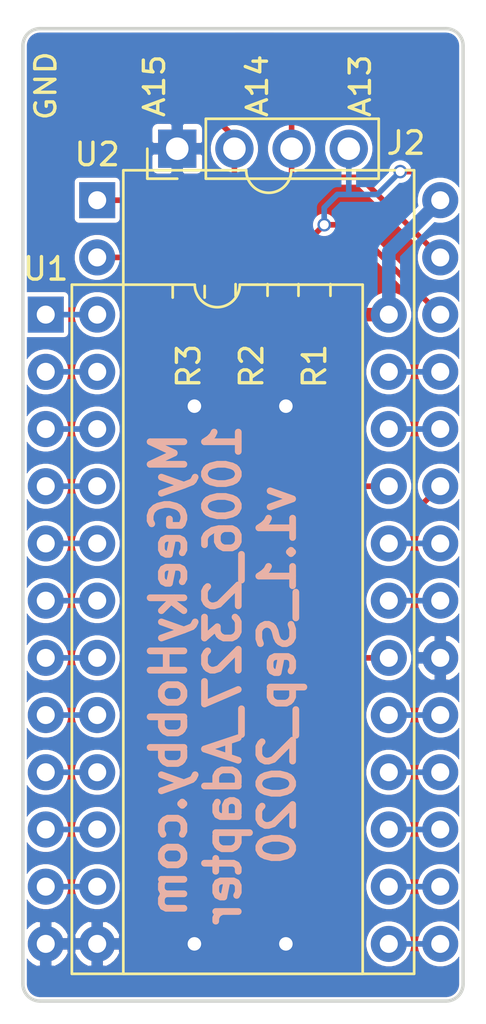
<source format=kicad_pcb>
(kicad_pcb (version 20171130) (host pcbnew "(5.1.5)-3")

  (general
    (thickness 1.6)
    (drawings 13)
    (tracks 84)
    (zones 0)
    (modules 7)
    (nets 28)
  )

  (page A4)
  (layers
    (0 F.Cu signal)
    (31 B.Cu signal)
    (32 B.Adhes user)
    (33 F.Adhes user)
    (34 B.Paste user)
    (35 F.Paste user)
    (36 B.SilkS user)
    (37 F.SilkS user)
    (38 B.Mask user)
    (39 F.Mask user)
    (40 Dwgs.User user)
    (41 Cmts.User user)
    (42 Eco1.User user)
    (43 Eco2.User user)
    (44 Edge.Cuts user)
    (45 Margin user)
    (46 B.CrtYd user)
    (47 F.CrtYd user)
    (48 B.Fab user)
    (49 F.Fab user)
  )

  (setup
    (last_trace_width 0.25)
    (trace_clearance 0.2)
    (zone_clearance 0.1)
    (zone_45_only no)
    (trace_min 0.2)
    (via_size 0.8)
    (via_drill 0.4)
    (via_min_size 0.4)
    (via_min_drill 0.3)
    (uvia_size 0.3)
    (uvia_drill 0.1)
    (uvias_allowed no)
    (uvia_min_size 0.2)
    (uvia_min_drill 0.1)
    (edge_width 0.05)
    (segment_width 0.2)
    (pcb_text_width 0.3)
    (pcb_text_size 1.5 1.5)
    (mod_edge_width 0.12)
    (mod_text_size 1 1)
    (mod_text_width 0.15)
    (pad_size 1.524 1.524)
    (pad_drill 0.762)
    (pad_to_mask_clearance 0.051)
    (solder_mask_min_width 0.25)
    (aux_axis_origin 0 0)
    (visible_elements 7FFFFFFF)
    (pcbplotparams
      (layerselection 0x010fc_ffffffff)
      (usegerberextensions false)
      (usegerberattributes false)
      (usegerberadvancedattributes false)
      (creategerberjobfile false)
      (excludeedgelayer true)
      (linewidth 0.100000)
      (plotframeref false)
      (viasonmask false)
      (mode 1)
      (useauxorigin false)
      (hpglpennumber 1)
      (hpglpenspeed 20)
      (hpglpendiameter 15.000000)
      (psnegative false)
      (psa4output false)
      (plotreference true)
      (plotvalue true)
      (plotinvisibletext false)
      (padsonsilk false)
      (subtractmaskfromsilk false)
      (outputformat 1)
      (mirror false)
      (drillshape 1)
      (scaleselection 1)
      (outputdirectory ""))
  )

  (net 0 "")
  (net 1 "Net-(J1-Pad4)")
  (net 2 "Net-(J1-Pad3)")
  (net 3 "Net-(J1-Pad2)")
  (net 4 GND)
  (net 5 VCC)
  (net 6 /A7)
  (net 7 /D3)
  (net 8 /A6)
  (net 9 /D4)
  (net 10 /A5)
  (net 11 /D5)
  (net 12 /A4)
  (net 13 /D6)
  (net 14 /A3)
  (net 15 /D7)
  (net 16 /A2)
  (net 17 /A11)
  (net 18 /A1)
  (net 19 /A10)
  (net 20 /A0)
  (net 21 "Net-(U1-Pad20)")
  (net 22 /D0)
  (net 23 /A12)
  (net 24 /D1)
  (net 25 /A9)
  (net 26 /D2)
  (net 27 /A8)

  (net_class Default "This is the default net class."
    (clearance 0.2)
    (trace_width 0.25)
    (via_dia 0.8)
    (via_drill 0.4)
    (uvia_dia 0.3)
    (uvia_drill 0.1)
    (add_net /A0)
    (add_net /A1)
    (add_net /A10)
    (add_net /A11)
    (add_net /A12)
    (add_net /A2)
    (add_net /A3)
    (add_net /A4)
    (add_net /A5)
    (add_net /A6)
    (add_net /A7)
    (add_net /A8)
    (add_net /A9)
    (add_net /D0)
    (add_net /D1)
    (add_net /D2)
    (add_net /D3)
    (add_net /D4)
    (add_net /D5)
    (add_net /D6)
    (add_net /D7)
    (add_net GND)
    (add_net "Net-(J1-Pad2)")
    (add_net "Net-(J1-Pad3)")
    (add_net "Net-(J1-Pad4)")
    (add_net "Net-(U1-Pad20)")
    (add_net VCC)
  )

  (module mgh-footprint-lib:LoosePads-4KS (layer F.Cu) (tedit 5F92853A) (tstamp 5F92EEB5)
    (at 119.888 67.564)
    (path /5F950AC5)
    (fp_text reference J1 (at 3.81 7.112) (layer F.SilkS) hide
      (effects (font (size 1 1) (thickness 0.15)))
    )
    (fp_text value Header_SMD (at 0 -3.556) (layer F.Fab) hide
      (effects (font (size 1 1) (thickness 0.15)))
    )
    (pad 1 smd rect (at -5.08 0 90) (size 3.556 2.54) (layers F.Cu F.Paste F.Mask)
      (net 4 GND))
    (pad 2 smd rect (at -0.423334 0 90) (size 3.556 2.54) (layers F.Cu F.Paste F.Mask)
      (net 3 "Net-(J1-Pad2)"))
    (pad 3 smd rect (at 4.233332 0 90) (size 3.556 2.54) (layers F.Cu F.Paste F.Mask)
      (net 2 "Net-(J1-Pad3)"))
    (pad 4 smd rect (at 8.89 0 90) (size 3.556 2.54) (layers F.Cu F.Paste F.Mask)
      (net 1 "Net-(J1-Pad4)"))
  )

  (module Connector_PinHeader_2.54mm:PinHeader_1x04_P2.54mm_Vertical (layer F.Cu) (tedit 59FED5CC) (tstamp 5F92D682)
    (at 118.364 70.866 90)
    (descr "Through hole straight pin header, 1x04, 2.54mm pitch, single row")
    (tags "Through hole pin header THT 1x04 2.54mm single row")
    (path /5F94F098)
    (fp_text reference J2 (at 0.254 10.16 180) (layer F.SilkS)
      (effects (font (size 1 1) (thickness 0.15)))
    )
    (fp_text value Header_THT (at 0 9.95 90) (layer F.Fab)
      (effects (font (size 1 1) (thickness 0.15)))
    )
    (fp_line (start -0.635 -1.27) (end 1.27 -1.27) (layer F.Fab) (width 0.1))
    (fp_line (start 1.27 -1.27) (end 1.27 8.89) (layer F.Fab) (width 0.1))
    (fp_line (start 1.27 8.89) (end -1.27 8.89) (layer F.Fab) (width 0.1))
    (fp_line (start -1.27 8.89) (end -1.27 -0.635) (layer F.Fab) (width 0.1))
    (fp_line (start -1.27 -0.635) (end -0.635 -1.27) (layer F.Fab) (width 0.1))
    (fp_line (start -1.33 8.95) (end 1.33 8.95) (layer F.SilkS) (width 0.12))
    (fp_line (start -1.33 1.27) (end -1.33 8.95) (layer F.SilkS) (width 0.12))
    (fp_line (start 1.33 1.27) (end 1.33 8.95) (layer F.SilkS) (width 0.12))
    (fp_line (start -1.33 1.27) (end 1.33 1.27) (layer F.SilkS) (width 0.12))
    (fp_line (start -1.33 0) (end -1.33 -1.33) (layer F.SilkS) (width 0.12))
    (fp_line (start -1.33 -1.33) (end 0 -1.33) (layer F.SilkS) (width 0.12))
    (fp_line (start -1.8 -1.8) (end -1.8 9.4) (layer F.CrtYd) (width 0.05))
    (fp_line (start -1.8 9.4) (end 1.8 9.4) (layer F.CrtYd) (width 0.05))
    (fp_line (start 1.8 9.4) (end 1.8 -1.8) (layer F.CrtYd) (width 0.05))
    (fp_line (start 1.8 -1.8) (end -1.8 -1.8) (layer F.CrtYd) (width 0.05))
    (fp_text user %R (at 0 3.81) (layer F.Fab)
      (effects (font (size 1 1) (thickness 0.15)))
    )
    (pad 1 thru_hole rect (at 0 0 90) (size 1.7 1.7) (drill 1) (layers *.Cu *.Mask)
      (net 4 GND))
    (pad 2 thru_hole oval (at 0 2.54 90) (size 1.7 1.7) (drill 1) (layers *.Cu *.Mask)
      (net 3 "Net-(J1-Pad2)"))
    (pad 3 thru_hole oval (at 0 5.08 90) (size 1.7 1.7) (drill 1) (layers *.Cu *.Mask)
      (net 2 "Net-(J1-Pad3)"))
    (pad 4 thru_hole oval (at 0 7.62 90) (size 1.7 1.7) (drill 1) (layers *.Cu *.Mask)
      (net 1 "Net-(J1-Pad4)"))
    (model ${KISYS3DMOD}/Connector_PinHeader_2.54mm.3dshapes/PinHeader_1x04_P2.54mm_Vertical.wrl
      (at (xyz 0 0 0))
      (scale (xyz 1 1 1))
      (rotate (xyz 0 0 0))
    )
  )

  (module Resistor_SMD:R_0805_2012Metric (layer F.Cu) (tedit 5B36C52B) (tstamp 5F92D693)
    (at 124.46 77.1375 90)
    (descr "Resistor SMD 0805 (2012 Metric), square (rectangular) end terminal, IPC_7351 nominal, (Body size source: https://docs.google.com/spreadsheets/d/1BsfQQcO9C6DZCsRaXUlFlo91Tg2WpOkGARC1WS5S8t0/edit?usp=sharing), generated with kicad-footprint-generator")
    (tags resistor)
    (path /5F95663C)
    (attr smd)
    (fp_text reference R1 (at -3.3805 0 90) (layer F.SilkS)
      (effects (font (size 1 1) (thickness 0.15)))
    )
    (fp_text value 10K (at 0 1.65 90) (layer F.Fab)
      (effects (font (size 1 1) (thickness 0.15)))
    )
    (fp_line (start -1 0.6) (end -1 -0.6) (layer F.Fab) (width 0.1))
    (fp_line (start -1 -0.6) (end 1 -0.6) (layer F.Fab) (width 0.1))
    (fp_line (start 1 -0.6) (end 1 0.6) (layer F.Fab) (width 0.1))
    (fp_line (start 1 0.6) (end -1 0.6) (layer F.Fab) (width 0.1))
    (fp_line (start -0.258578 -0.71) (end 0.258578 -0.71) (layer F.SilkS) (width 0.12))
    (fp_line (start -0.258578 0.71) (end 0.258578 0.71) (layer F.SilkS) (width 0.12))
    (fp_line (start -1.68 0.95) (end -1.68 -0.95) (layer F.CrtYd) (width 0.05))
    (fp_line (start -1.68 -0.95) (end 1.68 -0.95) (layer F.CrtYd) (width 0.05))
    (fp_line (start 1.68 -0.95) (end 1.68 0.95) (layer F.CrtYd) (width 0.05))
    (fp_line (start 1.68 0.95) (end -1.68 0.95) (layer F.CrtYd) (width 0.05))
    (fp_text user %R (at 0 0 90) (layer F.Fab)
      (effects (font (size 0.5 0.5) (thickness 0.08)))
    )
    (pad 1 smd roundrect (at -0.9375 0 90) (size 0.975 1.4) (layers F.Cu F.Paste F.Mask) (roundrect_rratio 0.25)
      (net 5 VCC))
    (pad 2 smd roundrect (at 0.9375 0 90) (size 0.975 1.4) (layers F.Cu F.Paste F.Mask) (roundrect_rratio 0.25)
      (net 1 "Net-(J1-Pad4)"))
    (model ${KISYS3DMOD}/Resistor_SMD.3dshapes/R_0805_2012Metric.wrl
      (at (xyz 0 0 0))
      (scale (xyz 1 1 1))
      (rotate (xyz 0 0 0))
    )
  )

  (module Resistor_SMD:R_0805_2012Metric (layer F.Cu) (tedit 5B36C52B) (tstamp 5F92D6A4)
    (at 121.666 77.1375 90)
    (descr "Resistor SMD 0805 (2012 Metric), square (rectangular) end terminal, IPC_7351 nominal, (Body size source: https://docs.google.com/spreadsheets/d/1BsfQQcO9C6DZCsRaXUlFlo91Tg2WpOkGARC1WS5S8t0/edit?usp=sharing), generated with kicad-footprint-generator")
    (tags resistor)
    (path /5F95628F)
    (attr smd)
    (fp_text reference R2 (at -3.3805 0 90) (layer F.SilkS)
      (effects (font (size 1 1) (thickness 0.15)))
    )
    (fp_text value 10K (at 0 1.65 90) (layer F.Fab)
      (effects (font (size 1 1) (thickness 0.15)))
    )
    (fp_text user %R (at 0 0 90) (layer F.Fab)
      (effects (font (size 0.5 0.5) (thickness 0.08)))
    )
    (fp_line (start 1.68 0.95) (end -1.68 0.95) (layer F.CrtYd) (width 0.05))
    (fp_line (start 1.68 -0.95) (end 1.68 0.95) (layer F.CrtYd) (width 0.05))
    (fp_line (start -1.68 -0.95) (end 1.68 -0.95) (layer F.CrtYd) (width 0.05))
    (fp_line (start -1.68 0.95) (end -1.68 -0.95) (layer F.CrtYd) (width 0.05))
    (fp_line (start -0.258578 0.71) (end 0.258578 0.71) (layer F.SilkS) (width 0.12))
    (fp_line (start -0.258578 -0.71) (end 0.258578 -0.71) (layer F.SilkS) (width 0.12))
    (fp_line (start 1 0.6) (end -1 0.6) (layer F.Fab) (width 0.1))
    (fp_line (start 1 -0.6) (end 1 0.6) (layer F.Fab) (width 0.1))
    (fp_line (start -1 -0.6) (end 1 -0.6) (layer F.Fab) (width 0.1))
    (fp_line (start -1 0.6) (end -1 -0.6) (layer F.Fab) (width 0.1))
    (pad 2 smd roundrect (at 0.9375 0 90) (size 0.975 1.4) (layers F.Cu F.Paste F.Mask) (roundrect_rratio 0.25)
      (net 2 "Net-(J1-Pad3)"))
    (pad 1 smd roundrect (at -0.9375 0 90) (size 0.975 1.4) (layers F.Cu F.Paste F.Mask) (roundrect_rratio 0.25)
      (net 5 VCC))
    (model ${KISYS3DMOD}/Resistor_SMD.3dshapes/R_0805_2012Metric.wrl
      (at (xyz 0 0 0))
      (scale (xyz 1 1 1))
      (rotate (xyz 0 0 0))
    )
  )

  (module Resistor_SMD:R_0805_2012Metric (layer F.Cu) (tedit 5B36C52B) (tstamp 5F92D6B5)
    (at 118.872 77.216 90)
    (descr "Resistor SMD 0805 (2012 Metric), square (rectangular) end terminal, IPC_7351 nominal, (Body size source: https://docs.google.com/spreadsheets/d/1BsfQQcO9C6DZCsRaXUlFlo91Tg2WpOkGARC1WS5S8t0/edit?usp=sharing), generated with kicad-footprint-generator")
    (tags resistor)
    (path /5F951568)
    (attr smd)
    (fp_text reference R3 (at -3.302 0 90) (layer F.SilkS)
      (effects (font (size 1 1) (thickness 0.15)))
    )
    (fp_text value 10K (at 0 1.65 90) (layer F.Fab)
      (effects (font (size 1 1) (thickness 0.15)))
    )
    (fp_line (start -1 0.6) (end -1 -0.6) (layer F.Fab) (width 0.1))
    (fp_line (start -1 -0.6) (end 1 -0.6) (layer F.Fab) (width 0.1))
    (fp_line (start 1 -0.6) (end 1 0.6) (layer F.Fab) (width 0.1))
    (fp_line (start 1 0.6) (end -1 0.6) (layer F.Fab) (width 0.1))
    (fp_line (start -0.258578 -0.71) (end 0.258578 -0.71) (layer F.SilkS) (width 0.12))
    (fp_line (start -0.258578 0.71) (end 0.258578 0.71) (layer F.SilkS) (width 0.12))
    (fp_line (start -1.68 0.95) (end -1.68 -0.95) (layer F.CrtYd) (width 0.05))
    (fp_line (start -1.68 -0.95) (end 1.68 -0.95) (layer F.CrtYd) (width 0.05))
    (fp_line (start 1.68 -0.95) (end 1.68 0.95) (layer F.CrtYd) (width 0.05))
    (fp_line (start 1.68 0.95) (end -1.68 0.95) (layer F.CrtYd) (width 0.05))
    (fp_text user %R (at -0.254 0 90) (layer F.Fab)
      (effects (font (size 0.5 0.5) (thickness 0.08)))
    )
    (pad 1 smd roundrect (at -0.9375 0 90) (size 0.975 1.4) (layers F.Cu F.Paste F.Mask) (roundrect_rratio 0.25)
      (net 5 VCC))
    (pad 2 smd roundrect (at 0.9375 0 90) (size 0.975 1.4) (layers F.Cu F.Paste F.Mask) (roundrect_rratio 0.25)
      (net 3 "Net-(J1-Pad2)"))
    (model ${KISYS3DMOD}/Resistor_SMD.3dshapes/R_0805_2012Metric.wrl
      (at (xyz 0 0 0))
      (scale (xyz 1 1 1))
      (rotate (xyz 0 0 0))
    )
  )

  (module Package_DIP:DIP-24_W15.24mm (layer F.Cu) (tedit 5A02E8C5) (tstamp 5F92D6E1)
    (at 112.522 78.232)
    (descr "24-lead though-hole mounted DIP package, row spacing 15.24 mm (600 mils)")
    (tags "THT DIP DIL PDIP 2.54mm 15.24mm 600mil")
    (path /5F926FBA)
    (fp_text reference U1 (at 0 -2.032) (layer F.SilkS)
      (effects (font (size 1 1) (thickness 0.15)))
    )
    (fp_text value 2364 (at 2.794 30.226) (layer F.Fab)
      (effects (font (size 1 1) (thickness 0.15)))
    )
    (fp_arc (start 7.62 -1.33) (end 6.62 -1.33) (angle -180) (layer F.SilkS) (width 0.12))
    (fp_line (start 1.255 -1.27) (end 14.985 -1.27) (layer F.Fab) (width 0.1))
    (fp_line (start 14.985 -1.27) (end 14.985 29.21) (layer F.Fab) (width 0.1))
    (fp_line (start 14.985 29.21) (end 0.255 29.21) (layer F.Fab) (width 0.1))
    (fp_line (start 0.255 29.21) (end 0.255 -0.27) (layer F.Fab) (width 0.1))
    (fp_line (start 0.255 -0.27) (end 1.255 -1.27) (layer F.Fab) (width 0.1))
    (fp_line (start 6.62 -1.33) (end 1.16 -1.33) (layer F.SilkS) (width 0.12))
    (fp_line (start 1.16 -1.33) (end 1.16 29.27) (layer F.SilkS) (width 0.12))
    (fp_line (start 1.16 29.27) (end 14.08 29.27) (layer F.SilkS) (width 0.12))
    (fp_line (start 14.08 29.27) (end 14.08 -1.33) (layer F.SilkS) (width 0.12))
    (fp_line (start 14.08 -1.33) (end 8.62 -1.33) (layer F.SilkS) (width 0.12))
    (fp_line (start -1.05 -1.55) (end -1.05 29.5) (layer F.CrtYd) (width 0.05))
    (fp_line (start -1.05 29.5) (end 16.3 29.5) (layer F.CrtYd) (width 0.05))
    (fp_line (start 16.3 29.5) (end 16.3 -1.55) (layer F.CrtYd) (width 0.05))
    (fp_line (start 16.3 -1.55) (end -1.05 -1.55) (layer F.CrtYd) (width 0.05))
    (fp_text user %R (at 7.62 13.97) (layer F.Fab)
      (effects (font (size 1 1) (thickness 0.15)))
    )
    (pad 1 thru_hole rect (at 0 0) (size 1.6 1.6) (drill 0.8) (layers *.Cu *.Mask)
      (net 6 /A7))
    (pad 13 thru_hole oval (at 15.24 27.94) (size 1.6 1.6) (drill 0.8) (layers *.Cu *.Mask)
      (net 7 /D3))
    (pad 2 thru_hole oval (at 0 2.54) (size 1.6 1.6) (drill 0.8) (layers *.Cu *.Mask)
      (net 8 /A6))
    (pad 14 thru_hole oval (at 15.24 25.4) (size 1.6 1.6) (drill 0.8) (layers *.Cu *.Mask)
      (net 9 /D4))
    (pad 3 thru_hole oval (at 0 5.08) (size 1.6 1.6) (drill 0.8) (layers *.Cu *.Mask)
      (net 10 /A5))
    (pad 15 thru_hole oval (at 15.24 22.86) (size 1.6 1.6) (drill 0.8) (layers *.Cu *.Mask)
      (net 11 /D5))
    (pad 4 thru_hole oval (at 0 7.62) (size 1.6 1.6) (drill 0.8) (layers *.Cu *.Mask)
      (net 12 /A4))
    (pad 16 thru_hole oval (at 15.24 20.32) (size 1.6 1.6) (drill 0.8) (layers *.Cu *.Mask)
      (net 13 /D6))
    (pad 5 thru_hole oval (at 0 10.16) (size 1.6 1.6) (drill 0.8) (layers *.Cu *.Mask)
      (net 14 /A3))
    (pad 17 thru_hole oval (at 15.24 17.78) (size 1.6 1.6) (drill 0.8) (layers *.Cu *.Mask)
      (net 15 /D7))
    (pad 6 thru_hole oval (at 0 12.7) (size 1.6 1.6) (drill 0.8) (layers *.Cu *.Mask)
      (net 16 /A2))
    (pad 18 thru_hole oval (at 15.24 15.24) (size 1.6 1.6) (drill 0.8) (layers *.Cu *.Mask)
      (net 17 /A11))
    (pad 7 thru_hole oval (at 0 15.24) (size 1.6 1.6) (drill 0.8) (layers *.Cu *.Mask)
      (net 18 /A1))
    (pad 19 thru_hole oval (at 15.24 12.7) (size 1.6 1.6) (drill 0.8) (layers *.Cu *.Mask)
      (net 19 /A10))
    (pad 8 thru_hole oval (at 0 17.78) (size 1.6 1.6) (drill 0.8) (layers *.Cu *.Mask)
      (net 20 /A0))
    (pad 20 thru_hole oval (at 15.24 10.16) (size 1.6 1.6) (drill 0.8) (layers *.Cu *.Mask)
      (net 21 "Net-(U1-Pad20)"))
    (pad 9 thru_hole oval (at 0 20.32) (size 1.6 1.6) (drill 0.8) (layers *.Cu *.Mask)
      (net 22 /D0))
    (pad 21 thru_hole oval (at 15.24 7.62) (size 1.6 1.6) (drill 0.8) (layers *.Cu *.Mask)
      (net 23 /A12))
    (pad 10 thru_hole oval (at 0 22.86) (size 1.6 1.6) (drill 0.8) (layers *.Cu *.Mask)
      (net 24 /D1))
    (pad 22 thru_hole oval (at 15.24 5.08) (size 1.6 1.6) (drill 0.8) (layers *.Cu *.Mask)
      (net 25 /A9))
    (pad 11 thru_hole oval (at 0 25.4) (size 1.6 1.6) (drill 0.8) (layers *.Cu *.Mask)
      (net 26 /D2))
    (pad 23 thru_hole oval (at 15.24 2.54) (size 1.6 1.6) (drill 0.8) (layers *.Cu *.Mask)
      (net 27 /A8))
    (pad 12 thru_hole oval (at 0 27.94) (size 1.6 1.6) (drill 0.8) (layers *.Cu *.Mask)
      (net 4 GND))
    (pad 24 thru_hole oval (at 15.24 0) (size 1.6 1.6) (drill 0.8) (layers *.Cu *.Mask)
      (net 5 VCC))
    (model ${KISYS3DMOD}/Package_DIP.3dshapes/DIP-24_W15.24mm.wrl
      (offset (xyz 0 0 -2.54))
      (scale (xyz 1 1 1))
      (rotate (xyz 0 0 0))
    )
  )

  (module Package_DIP:DIP-28_W15.24mm (layer F.Cu) (tedit 5A02E8C5) (tstamp 5F92D711)
    (at 114.808 73.152)
    (descr "28-lead though-hole mounted DIP package, row spacing 15.24 mm (600 mils)")
    (tags "THT DIP DIL PDIP 2.54mm 15.24mm 600mil")
    (path /5F9244FD)
    (fp_text reference U2 (at 0 -2.032) (layer F.SilkS)
      (effects (font (size 1 1) (thickness 0.15)))
    )
    (fp_text value 27C512 (at 4.318 0.508) (layer F.Fab)
      (effects (font (size 1 1) (thickness 0.15)))
    )
    (fp_arc (start 7.62 -1.33) (end 6.62 -1.33) (angle -180) (layer F.SilkS) (width 0.12))
    (fp_line (start 1.255 -1.27) (end 14.985 -1.27) (layer F.Fab) (width 0.1))
    (fp_line (start 14.985 -1.27) (end 14.985 34.29) (layer F.Fab) (width 0.1))
    (fp_line (start 14.985 34.29) (end 0.255 34.29) (layer F.Fab) (width 0.1))
    (fp_line (start 0.255 34.29) (end 0.255 -0.27) (layer F.Fab) (width 0.1))
    (fp_line (start 0.255 -0.27) (end 1.255 -1.27) (layer F.Fab) (width 0.1))
    (fp_line (start 6.62 -1.33) (end 1.16 -1.33) (layer F.SilkS) (width 0.12))
    (fp_line (start 1.16 -1.33) (end 1.16 34.35) (layer F.SilkS) (width 0.12))
    (fp_line (start 1.16 34.35) (end 14.08 34.35) (layer F.SilkS) (width 0.12))
    (fp_line (start 14.08 34.35) (end 14.08 -1.33) (layer F.SilkS) (width 0.12))
    (fp_line (start 14.08 -1.33) (end 8.62 -1.33) (layer F.SilkS) (width 0.12))
    (fp_line (start -1.05 -1.55) (end -1.05 34.55) (layer F.CrtYd) (width 0.05))
    (fp_line (start -1.05 34.55) (end 16.3 34.55) (layer F.CrtYd) (width 0.05))
    (fp_line (start 16.3 34.55) (end 16.3 -1.55) (layer F.CrtYd) (width 0.05))
    (fp_line (start 16.3 -1.55) (end -1.05 -1.55) (layer F.CrtYd) (width 0.05))
    (fp_text user %R (at 7.62 16.51) (layer F.Fab)
      (effects (font (size 1 1) (thickness 0.15)))
    )
    (pad 1 thru_hole rect (at 0 0) (size 1.6 1.6) (drill 0.8) (layers *.Cu *.Mask)
      (net 3 "Net-(J1-Pad2)"))
    (pad 15 thru_hole oval (at 15.24 33.02) (size 1.6 1.6) (drill 0.8) (layers *.Cu *.Mask)
      (net 7 /D3))
    (pad 2 thru_hole oval (at 0 2.54) (size 1.6 1.6) (drill 0.8) (layers *.Cu *.Mask)
      (net 23 /A12))
    (pad 16 thru_hole oval (at 15.24 30.48) (size 1.6 1.6) (drill 0.8) (layers *.Cu *.Mask)
      (net 9 /D4))
    (pad 3 thru_hole oval (at 0 5.08) (size 1.6 1.6) (drill 0.8) (layers *.Cu *.Mask)
      (net 6 /A7))
    (pad 17 thru_hole oval (at 15.24 27.94) (size 1.6 1.6) (drill 0.8) (layers *.Cu *.Mask)
      (net 11 /D5))
    (pad 4 thru_hole oval (at 0 7.62) (size 1.6 1.6) (drill 0.8) (layers *.Cu *.Mask)
      (net 8 /A6))
    (pad 18 thru_hole oval (at 15.24 25.4) (size 1.6 1.6) (drill 0.8) (layers *.Cu *.Mask)
      (net 13 /D6))
    (pad 5 thru_hole oval (at 0 10.16) (size 1.6 1.6) (drill 0.8) (layers *.Cu *.Mask)
      (net 10 /A5))
    (pad 19 thru_hole oval (at 15.24 22.86) (size 1.6 1.6) (drill 0.8) (layers *.Cu *.Mask)
      (net 15 /D7))
    (pad 6 thru_hole oval (at 0 12.7) (size 1.6 1.6) (drill 0.8) (layers *.Cu *.Mask)
      (net 12 /A4))
    (pad 20 thru_hole oval (at 15.24 20.32) (size 1.6 1.6) (drill 0.8) (layers *.Cu *.Mask)
      (net 4 GND))
    (pad 7 thru_hole oval (at 0 15.24) (size 1.6 1.6) (drill 0.8) (layers *.Cu *.Mask)
      (net 14 /A3))
    (pad 21 thru_hole oval (at 15.24 17.78) (size 1.6 1.6) (drill 0.8) (layers *.Cu *.Mask)
      (net 19 /A10))
    (pad 8 thru_hole oval (at 0 17.78) (size 1.6 1.6) (drill 0.8) (layers *.Cu *.Mask)
      (net 16 /A2))
    (pad 22 thru_hole oval (at 15.24 15.24) (size 1.6 1.6) (drill 0.8) (layers *.Cu *.Mask)
      (net 21 "Net-(U1-Pad20)"))
    (pad 9 thru_hole oval (at 0 20.32) (size 1.6 1.6) (drill 0.8) (layers *.Cu *.Mask)
      (net 18 /A1))
    (pad 23 thru_hole oval (at 15.24 12.7) (size 1.6 1.6) (drill 0.8) (layers *.Cu *.Mask)
      (net 17 /A11))
    (pad 10 thru_hole oval (at 0 22.86) (size 1.6 1.6) (drill 0.8) (layers *.Cu *.Mask)
      (net 20 /A0))
    (pad 24 thru_hole oval (at 15.24 10.16) (size 1.6 1.6) (drill 0.8) (layers *.Cu *.Mask)
      (net 25 /A9))
    (pad 11 thru_hole oval (at 0 25.4) (size 1.6 1.6) (drill 0.8) (layers *.Cu *.Mask)
      (net 22 /D0))
    (pad 25 thru_hole oval (at 15.24 7.62) (size 1.6 1.6) (drill 0.8) (layers *.Cu *.Mask)
      (net 27 /A8))
    (pad 12 thru_hole oval (at 0 27.94) (size 1.6 1.6) (drill 0.8) (layers *.Cu *.Mask)
      (net 24 /D1))
    (pad 26 thru_hole oval (at 15.24 5.08) (size 1.6 1.6) (drill 0.8) (layers *.Cu *.Mask)
      (net 1 "Net-(J1-Pad4)"))
    (pad 13 thru_hole oval (at 0 30.48) (size 1.6 1.6) (drill 0.8) (layers *.Cu *.Mask)
      (net 26 /D2))
    (pad 27 thru_hole oval (at 15.24 2.54) (size 1.6 1.6) (drill 0.8) (layers *.Cu *.Mask)
      (net 2 "Net-(J1-Pad3)"))
    (pad 14 thru_hole oval (at 0 33.02) (size 1.6 1.6) (drill 0.8) (layers *.Cu *.Mask)
      (net 4 GND))
    (pad 28 thru_hole oval (at 15.24 0) (size 1.6 1.6) (drill 0.8) (layers *.Cu *.Mask)
      (net 5 VCC))
    (model ${KISYS3DMOD}/Package_DIP.3dshapes/DIP-28_W15.24mm.wrl
      (at (xyz 0 0 0))
      (scale (xyz 1 1 1))
      (rotate (xyz 0 0 0))
    )
  )

  (gr_text "MyGeekyHobby.com\n1006_2327_Adapter\nv1.1_Sep_2020" (at 120.396 94.234 90) (layer B.SilkS) (tstamp 5F927AB8)
    (effects (font (size 1.5 1.5) (thickness 0.3)) (justify mirror))
  )
  (gr_arc (start 130.302 66.294) (end 130.302 65.532) (angle 90) (layer Edge.Cuts) (width 0.15) (tstamp 5F927ACC))
  (gr_arc (start 112.268 107.95) (end 112.268 108.712) (angle 90) (layer Edge.Cuts) (width 0.15) (tstamp 5F927ACB))
  (gr_line (start 131.064 107.95) (end 131.064 66.294) (layer Edge.Cuts) (width 0.15) (tstamp 5F927ACA))
  (gr_line (start 111.506 66.294) (end 111.506 107.95) (layer Edge.Cuts) (width 0.15) (tstamp 5F927AC9))
  (gr_arc (start 130.302 107.95) (end 131.064 107.95) (angle 90) (layer Edge.Cuts) (width 0.15) (tstamp 5F927AC8))
  (gr_line (start 112.268 108.712) (end 130.302 108.712) (layer Edge.Cuts) (width 0.15) (tstamp 5F927AC7))
  (gr_line (start 130.302 65.532) (end 112.268 65.532) (layer Edge.Cuts) (width 0.15) (tstamp 5F927AC6))
  (gr_arc (start 112.268 66.294) (end 111.506 66.294) (angle 90) (layer Edge.Cuts) (width 0.15) (tstamp 5F927AC5))
  (gr_text A14 (at 121.92 68.072 90) (layer F.SilkS) (tstamp 5F927ABB)
    (effects (font (size 0.9 1) (thickness 0.15)))
  )
  (gr_text GND (at 112.522 68.072 90) (layer F.SilkS) (tstamp 5F927ABA)
    (effects (font (size 0.9 1) (thickness 0.15)))
  )
  (gr_text A15 (at 117.348 68.072 90) (layer F.SilkS) (tstamp 5F927AB9)
    (effects (font (size 0.9 1) (thickness 0.15)))
  )
  (gr_text A13 (at 126.492 68.072 90) (layer F.SilkS) (tstamp 5F927AB7)
    (effects (font (size 0.9 1) (thickness 0.15)))
  )

  (via (at 124.893098 74.242902) (size 0.6) (drill 0.4) (layers F.Cu B.Cu) (net 1) (tstamp 5F927ACF))
  (via (at 128.27 71.882) (size 0.6) (drill 0.4) (layers F.Cu B.Cu) (net 1) (tstamp 5F927AD9))
  (segment (start 129.028 71.374) (end 129.028 71.628) (width 0.25) (layer F.Cu) (net 1) (tstamp 5F927B19))
  (segment (start 126.058902 74.242902) (end 130.048 78.232) (width 0.25) (layer F.Cu) (net 1) (tstamp 5F927B1A))
  (segment (start 128.27 71.882) (end 127.254 72.898) (width 0.25) (layer B.Cu) (net 1) (tstamp 5F927B1B))
  (segment (start 124.46 74.676) (end 124.46 76.093724) (width 0.25) (layer F.Cu) (net 1) (tstamp 5F927B1E))
  (segment (start 129.032 71.37) (end 129.028 71.374) (width 0.25) (layer F.Cu) (net 1) (tstamp 5F927B1F))
  (segment (start 129.032 68.58) (end 129.032 71.37) (width 0.25) (layer F.Cu) (net 1) (tstamp 5F927B20))
  (segment (start 129.028 71.628) (end 128.774 71.882) (width 0.25) (layer F.Cu) (net 1) (tstamp 5F927B21))
  (segment (start 125.984 70.866) (end 125.984 72.898) (width 0.25) (layer B.Cu) (net 1) (tstamp 5F927B22))
  (segment (start 125.476 72.898) (end 124.893098 73.480902) (width 0.25) (layer B.Cu) (net 1) (tstamp 5F927B29))
  (segment (start 127.254 72.898) (end 125.984 72.898) (width 0.25) (layer B.Cu) (net 1) (tstamp 5F927B2B))
  (segment (start 124.893098 74.242902) (end 124.46 74.676) (width 0.25) (layer F.Cu) (net 1) (tstamp 5F927B2C))
  (segment (start 124.893098 73.480902) (end 124.893098 74.242902) (width 0.25) (layer B.Cu) (net 1) (tstamp 5F927B2F))
  (segment (start 124.893098 74.242902) (end 126.058902 74.242902) (width 0.25) (layer F.Cu) (net 1) (tstamp 5F927B30))
  (segment (start 125.984 72.898) (end 125.476 72.898) (width 0.25) (layer B.Cu) (net 1) (tstamp 5F927B32))
  (segment (start 128.774 71.882) (end 128.27 71.882) (width 0.25) (layer F.Cu) (net 1) (tstamp 5F927B33))
  (segment (start 126.491996 72.136) (end 126.491998 72.135998) (width 0.25) (layer F.Cu) (net 2) (tstamp 5F927B18))
  (segment (start 121.666 74.93) (end 123.444 73.152) (width 0.25) (layer F.Cu) (net 2) (tstamp 5F927B1C))
  (segment (start 123.444 69.003332) (end 124.121332 68.326) (width 0.25) (layer F.Cu) (net 2) (tstamp 5F927B24))
  (segment (start 123.444 72.136) (end 126.491996 72.136) (width 0.25) (layer F.Cu) (net 2) (tstamp 5F927B25))
  (segment (start 121.666 76.12) (end 121.666 74.93) (width 0.25) (layer F.Cu) (net 2) (tstamp 5F927B26))
  (segment (start 123.444 72.136) (end 123.444 69.003332) (width 0.25) (layer F.Cu) (net 2) (tstamp 5F927B2A))
  (segment (start 123.444 73.152) (end 123.444 72.136) (width 0.25) (layer F.Cu) (net 2) (tstamp 5F927B2E))
  (segment (start 126.491998 72.135998) (end 130.048 75.692) (width 0.25) (layer F.Cu) (net 2) (tstamp 5F927B31))
  (segment (start 119.464666 67.564) (end 119.634 67.564) (width 0.25) (layer F.Cu) (net 3) (tstamp 5F927B0A))
  (segment (start 120.904 70.866) (end 120.904 70.358) (width 0.25) (layer F.Cu) (net 3) (tstamp 5F927B0B))
  (segment (start 120.904 70.358) (end 120.396 69.85) (width 0.25) (layer F.Cu) (net 3) (tstamp 5F927B0C))
  (segment (start 119.464666 69.464) (end 119.464666 67.564) (width 0.25) (layer F.Cu) (net 3) (tstamp 5F927B16))
  (segment (start 120.396 69.85) (end 119.850666 69.85) (width 0.25) (layer F.Cu) (net 3) (tstamp 5F927B17))
  (segment (start 118.872 76.12) (end 118.872 73.152) (width 0.25) (layer F.Cu) (net 3) (tstamp 5F927B1D))
  (segment (start 119.850666 69.85) (end 119.464666 69.464) (width 0.25) (layer F.Cu) (net 3) (tstamp 5F927B23))
  (segment (start 114.808 73.152) (end 120.142 73.152) (width 0.25) (layer F.Cu) (net 3) (tstamp 5F927B27))
  (segment (start 120.142 73.152) (end 120.904 72.39) (width 0.25) (layer F.Cu) (net 3) (tstamp 5F927B28))
  (segment (start 120.904 72.39) (end 120.904 70.866) (width 0.25) (layer F.Cu) (net 3) (tstamp 5F927B2D))
  (via (at 119.126 106.172) (size 0.8) (drill 0.6) (layers F.Cu B.Cu) (net 4) (tstamp 5F927AD2))
  (via (at 123.19 106.172) (size 0.8) (drill 0.6) (layers F.Cu B.Cu) (net 4) (tstamp 5F927AD4))
  (via (at 119.126 82.296) (size 0.8) (drill 0.6) (layers F.Cu B.Cu) (net 4) (tstamp 5F927AD7))
  (via (at 123.19 82.296) (size 0.8) (drill 0.6) (layers F.Cu B.Cu) (net 4) (tstamp 5F927AD1))
  (segment (start 127.762 75.438) (end 127.762 78.232) (width 0.6) (layer B.Cu) (net 5) (tstamp 5F927AF8))
  (segment (start 130.048 73.152) (end 127.762 75.438) (width 0.6) (layer B.Cu) (net 5) (tstamp 5F927B0E))
  (segment (start 124.46 78.075) (end 124.46 79.248) (width 0.25) (layer F.Cu) (net 5))
  (segment (start 121.666 78.075) (end 121.666 78.994) (width 0.25) (layer F.Cu) (net 5))
  (segment (start 118.872 78.1535) (end 118.872 79.248) (width 0.25) (layer F.Cu) (net 5))
  (segment (start 118.872 79.248) (end 121.666 79.248) (width 0.6) (layer F.Cu) (net 5))
  (segment (start 121.666 79.248) (end 124.46 79.248) (width 0.6) (layer F.Cu) (net 5))
  (segment (start 126.492 78.232) (end 127.762 78.232) (width 0.6) (layer F.Cu) (net 5))
  (segment (start 124.46 79.248) (end 125.476 79.248) (width 0.6) (layer F.Cu) (net 5))
  (segment (start 125.476 79.248) (end 126.492 78.232) (width 0.6) (layer F.Cu) (net 5))
  (segment (start 112.522 78.232) (end 114.808 78.232) (width 0.25) (layer B.Cu) (net 6) (tstamp 5F927AF2))
  (segment (start 127.762 106.172) (end 130.048 106.172) (width 0.25) (layer B.Cu) (net 7) (tstamp 5F927AE6))
  (segment (start 112.522 80.772) (end 114.808 80.772) (width 0.25) (layer B.Cu) (net 8) (tstamp 5F927AF3))
  (segment (start 127.762 103.632) (end 130.048 103.632) (width 0.25) (layer B.Cu) (net 9) (tstamp 5F927ADB))
  (segment (start 112.522 83.312) (end 114.808 83.312) (width 0.25) (layer B.Cu) (net 10) (tstamp 5F927B04))
  (segment (start 127.762 101.092) (end 130.048 101.092) (width 0.25) (layer B.Cu) (net 11) (tstamp 5F927B12))
  (segment (start 112.522 85.852) (end 114.808 85.852) (width 0.25) (layer B.Cu) (net 12) (tstamp 5F927AE4))
  (segment (start 127.762 98.552) (end 130.048 98.552) (width 0.25) (layer B.Cu) (net 13) (tstamp 5F927B10))
  (segment (start 112.522 88.392) (end 114.808 88.392) (width 0.25) (layer B.Cu) (net 14) (tstamp 5F927AF6))
  (segment (start 127.762 96.012) (end 130.048 96.012) (width 0.25) (layer B.Cu) (net 15) (tstamp 5F927B06))
  (segment (start 112.522 90.932) (end 114.808 90.932) (width 0.25) (layer B.Cu) (net 16) (tstamp 5F927AF4))
  (segment (start 126.492 87.012999) (end 128.887001 87.012999) (width 0.25) (layer F.Cu) (net 17) (tstamp 5F927ADD))
  (segment (start 126.492 93.472) (end 125.984 92.964) (width 0.25) (layer F.Cu) (net 17) (tstamp 5F927AE7))
  (segment (start 128.887001 87.012999) (end 130.048 85.852) (width 0.25) (layer F.Cu) (net 17) (tstamp 5F927AE8))
  (segment (start 125.984 92.964) (end 125.984 87.520999) (width 0.25) (layer F.Cu) (net 17) (tstamp 5F927AFA))
  (segment (start 125.984 87.520999) (end 126.492 87.012999) (width 0.25) (layer F.Cu) (net 17) (tstamp 5F927B07))
  (segment (start 127.762 93.472) (end 126.492 93.472) (width 0.25) (layer F.Cu) (net 17) (tstamp 5F927B13))
  (segment (start 112.522 93.472) (end 114.808 93.472) (width 0.25) (layer B.Cu) (net 18) (tstamp 5F927AE5))
  (segment (start 127.762 90.932) (end 130.048 90.932) (width 0.25) (layer B.Cu) (net 19) (tstamp 5F927AFE))
  (segment (start 112.522 96.012) (end 114.808 96.012) (width 0.25) (layer B.Cu) (net 20) (tstamp 5F927AF5))
  (segment (start 127.762 88.392) (end 130.048 88.392) (width 0.25) (layer B.Cu) (net 21) (tstamp 5F927AE9))
  (segment (start 112.522 98.552) (end 114.808 98.552) (width 0.25) (layer B.Cu) (net 22) (tstamp 5F927AF1))
  (segment (start 117.856 81.026) (end 125.73 81.026) (width 0.25) (layer F.Cu) (net 23) (tstamp 5F927ADC))
  (segment (start 125.984 85.344) (end 126.492 85.852) (width 0.25) (layer F.Cu) (net 23) (tstamp 5F927AEA))
  (segment (start 114.808 75.692) (end 116.84 75.692) (width 0.25) (layer F.Cu) (net 23) (tstamp 5F927AED))
  (segment (start 126.492 85.852) (end 127.762 85.852) (width 0.25) (layer F.Cu) (net 23) (tstamp 5F927AFF))
  (segment (start 116.84 75.692) (end 117.602 76.454) (width 0.25) (layer F.Cu) (net 23) (tstamp 5F927B00))
  (segment (start 125.984 81.28) (end 125.984 85.344) (width 0.25) (layer F.Cu) (net 23) (tstamp 5F927B05))
  (segment (start 125.73 81.026) (end 125.984 81.28) (width 0.25) (layer F.Cu) (net 23) (tstamp 5F927B08))
  (segment (start 117.602 80.772) (end 117.856 81.026) (width 0.25) (layer F.Cu) (net 23) (tstamp 5F927B09))
  (segment (start 117.602 76.454) (end 117.602 80.772) (width 0.25) (layer F.Cu) (net 23) (tstamp 5F927B15))
  (segment (start 112.522 101.092) (end 114.808 101.092) (width 0.25) (layer B.Cu) (net 24) (tstamp 5F927AFD))
  (segment (start 127.762 83.312) (end 130.048 83.312) (width 0.25) (layer B.Cu) (net 25) (tstamp 5F927AEF))
  (segment (start 112.522 103.632) (end 114.808 103.632) (width 0.25) (layer B.Cu) (net 26) (tstamp 5F927B0F))
  (segment (start 127.762 80.772) (end 130.048 80.772) (width 0.25) (layer B.Cu) (net 27) (tstamp 5F927AF0))

  (zone (net 4) (net_name GND) (layer F.Cu) (tstamp 5F93118C) (hatch edge 0.508)
    (connect_pads (clearance 0.1))
    (min_thickness 0.0254)
    (fill yes (arc_segments 16) (thermal_gap 0.254) (thermal_bridge_width 0.508))
    (polygon
      (pts
        (xy 110.49 64.262) (xy 132.08 64.262) (xy 132.08 109.728) (xy 110.49 109.728)
      )
    )
    (filled_polygon
      (pts
        (xy 113.275159 65.733718) (xy 113.27001 65.786) (xy 113.2713 67.256025) (xy 113.337975 67.3227) (xy 114.5667 67.3227)
        (xy 114.5667 67.3027) (xy 115.0493 67.3027) (xy 115.0493 67.3227) (xy 116.278025 67.3227) (xy 116.3447 67.256025)
        (xy 116.34599 65.786) (xy 116.340841 65.733718) (xy 116.336588 65.7197) (xy 117.992507 65.7197) (xy 117.985044 65.744304)
        (xy 117.980937 65.786) (xy 117.980937 69.342) (xy 117.985044 69.383696) (xy 117.997206 69.423791) (xy 118.016957 69.460741)
        (xy 118.043537 69.493129) (xy 118.075925 69.519709) (xy 118.112875 69.53946) (xy 118.15297 69.551622) (xy 118.194666 69.555729)
        (xy 119.139597 69.555729) (xy 119.151163 69.593856) (xy 119.159787 69.60999) (xy 119.182521 69.652523) (xy 119.205988 69.681117)
        (xy 119.224721 69.703944) (xy 119.237603 69.714516) (xy 119.280585 69.757498) (xy 119.266282 69.753159) (xy 119.214 69.74801)
        (xy 118.671975 69.7493) (xy 118.6053 69.815975) (xy 118.6053 70.6247) (xy 119.414025 70.6247) (xy 119.4807 70.558025)
        (xy 119.48199 70.016) (xy 119.476841 69.963718) (xy 119.472502 69.949416) (xy 119.60015 70.077064) (xy 119.610721 70.089945)
        (xy 119.6236 70.100514) (xy 119.662142 70.132145) (xy 119.6935 70.148906) (xy 119.720809 70.163503) (xy 119.784465 70.182813)
        (xy 119.834085 70.1877) (xy 119.834087 70.1877) (xy 119.850665 70.189333) (xy 119.867243 70.1877) (xy 120.079415 70.1877)
        (xy 120.078547 70.188568) (xy 119.962247 70.362623) (xy 119.882139 70.556022) (xy 119.8413 70.761333) (xy 119.8413 70.970667)
        (xy 119.882139 71.175978) (xy 119.962247 71.369377) (xy 120.078547 71.543432) (xy 120.226568 71.691453) (xy 120.400623 71.807753)
        (xy 120.5663 71.876378) (xy 120.5663 72.25012) (xy 120.002121 72.8143) (xy 118.888581 72.8143) (xy 118.872 72.812667)
        (xy 118.85542 72.8143) (xy 115.821729 72.8143) (xy 115.821729 72.352) (xy 115.817622 72.310304) (xy 115.80546 72.270209)
        (xy 115.785709 72.233259) (xy 115.759129 72.200871) (xy 115.726741 72.174291) (xy 115.689791 72.15454) (xy 115.649696 72.142378)
        (xy 115.608 72.138271) (xy 114.008 72.138271) (xy 113.966304 72.142378) (xy 113.926209 72.15454) (xy 113.889259 72.174291)
        (xy 113.856871 72.200871) (xy 113.830291 72.233259) (xy 113.81054 72.270209) (xy 113.798378 72.310304) (xy 113.794271 72.352)
        (xy 113.794271 73.952) (xy 113.798378 73.993696) (xy 113.81054 74.033791) (xy 113.830291 74.070741) (xy 113.856871 74.103129)
        (xy 113.889259 74.129709) (xy 113.926209 74.14946) (xy 113.966304 74.161622) (xy 114.008 74.165729) (xy 115.608 74.165729)
        (xy 115.649696 74.161622) (xy 115.689791 74.14946) (xy 115.726741 74.129709) (xy 115.759129 74.103129) (xy 115.785709 74.070741)
        (xy 115.80546 74.033791) (xy 115.817622 73.993696) (xy 115.821729 73.952) (xy 115.821729 73.4897) (xy 118.534301 73.4897)
        (xy 118.5343 75.577271) (xy 118.41575 75.577271) (xy 118.3265 75.586061) (xy 118.24068 75.612095) (xy 118.161588 75.65437)
        (xy 118.092263 75.711263) (xy 118.03537 75.780588) (xy 117.993095 75.85968) (xy 117.967061 75.9455) (xy 117.958271 76.03475)
        (xy 117.958271 76.52225) (xy 117.967061 76.6115) (xy 117.993095 76.69732) (xy 118.03537 76.776412) (xy 118.092263 76.845737)
        (xy 118.161588 76.90263) (xy 118.24068 76.944905) (xy 118.3265 76.970939) (xy 118.41575 76.979729) (xy 119.32825 76.979729)
        (xy 119.4175 76.970939) (xy 119.50332 76.944905) (xy 119.582412 76.90263) (xy 119.651737 76.845737) (xy 119.70863 76.776412)
        (xy 119.750905 76.69732) (xy 119.776939 76.6115) (xy 119.785729 76.52225) (xy 119.785729 76.03475) (xy 119.776939 75.9455)
        (xy 119.750905 75.85968) (xy 119.70863 75.780588) (xy 119.651737 75.711263) (xy 119.582412 75.65437) (xy 119.50332 75.612095)
        (xy 119.4175 75.586061) (xy 119.32825 75.577271) (xy 119.2097 75.577271) (xy 119.2097 73.4897) (xy 120.125422 73.4897)
        (xy 120.142 73.491333) (xy 120.158578 73.4897) (xy 120.158581 73.4897) (xy 120.208201 73.484813) (xy 120.271857 73.465503)
        (xy 120.330523 73.434145) (xy 120.381945 73.391945) (xy 120.39252 73.379059) (xy 121.131069 72.640511) (xy 121.143944 72.629945)
        (xy 121.186145 72.578523) (xy 121.186146 72.578522) (xy 121.217503 72.519858) (xy 121.231009 72.475333) (xy 121.236813 72.456201)
        (xy 121.2417 72.406581) (xy 121.2417 72.406578) (xy 121.243333 72.39) (xy 121.2417 72.373422) (xy 121.2417 71.876378)
        (xy 121.407377 71.807753) (xy 121.581432 71.691453) (xy 121.729453 71.543432) (xy 121.845753 71.369377) (xy 121.925861 71.175978)
        (xy 121.9667 70.970667) (xy 121.9667 70.761333) (xy 121.925861 70.556022) (xy 121.845753 70.362623) (xy 121.729453 70.188568)
        (xy 121.581432 70.040547) (xy 121.407377 69.924247) (xy 121.213978 69.844139) (xy 121.008667 69.8033) (xy 120.826879 69.8033)
        (xy 120.64652 69.622941) (xy 120.635945 69.610055) (xy 120.584523 69.567855) (xy 120.561837 69.555729) (xy 120.734666 69.555729)
        (xy 120.776362 69.551622) (xy 120.816457 69.53946) (xy 120.853407 69.519709) (xy 120.885795 69.493129) (xy 120.912375 69.460741)
        (xy 120.932126 69.423791) (xy 120.944288 69.383696) (xy 120.948395 69.342) (xy 120.948395 65.786) (xy 120.944288 65.744304)
        (xy 120.936825 65.7197) (xy 122.649173 65.7197) (xy 122.64171 65.744304) (xy 122.637603 65.786) (xy 122.637603 69.342)
        (xy 122.64171 69.383696) (xy 122.653872 69.423791) (xy 122.673623 69.460741) (xy 122.700203 69.493129) (xy 122.732591 69.519709)
        (xy 122.769541 69.53946) (xy 122.809636 69.551622) (xy 122.851332 69.555729) (xy 123.106301 69.555729) (xy 123.106301 69.855621)
        (xy 122.940623 69.924247) (xy 122.766568 70.040547) (xy 122.618547 70.188568) (xy 122.502247 70.362623) (xy 122.422139 70.556022)
        (xy 122.3813 70.761333) (xy 122.3813 70.970667) (xy 122.422139 71.175978) (xy 122.502247 71.369377) (xy 122.618547 71.543432)
        (xy 122.766568 71.691453) (xy 122.940623 71.807753) (xy 123.1063 71.876378) (xy 123.1063 72.119419) (xy 123.104667 72.136)
        (xy 123.106301 72.152591) (xy 123.1063 73.01212) (xy 121.438937 74.679484) (xy 121.426056 74.690055) (xy 121.415486 74.702935)
        (xy 121.383855 74.741477) (xy 121.352498 74.800143) (xy 121.333188 74.8638) (xy 121.326667 74.93) (xy 121.328301 74.946588)
        (xy 121.328301 75.498771) (xy 121.20975 75.498771) (xy 121.1205 75.507561) (xy 121.03468 75.533595) (xy 120.955588 75.57587)
        (xy 120.886263 75.632763) (xy 120.82937 75.702088) (xy 120.787095 75.78118) (xy 120.761061 75.867) (xy 120.752271 75.95625)
        (xy 120.752271 76.44375) (xy 120.761061 76.533) (xy 120.787095 76.61882) (xy 120.82937 76.697912) (xy 120.886263 76.767237)
        (xy 120.955588 76.82413) (xy 121.03468 76.866405) (xy 121.1205 76.892439) (xy 121.20975 76.901229) (xy 122.12225 76.901229)
        (xy 122.2115 76.892439) (xy 122.29732 76.866405) (xy 122.376412 76.82413) (xy 122.445737 76.767237) (xy 122.50263 76.697912)
        (xy 122.544905 76.61882) (xy 122.570939 76.533) (xy 122.579729 76.44375) (xy 122.579729 75.95625) (xy 122.570939 75.867)
        (xy 122.544905 75.78118) (xy 122.50263 75.702088) (xy 122.445737 75.632763) (xy 122.376412 75.57587) (xy 122.29732 75.533595)
        (xy 122.2115 75.507561) (xy 122.12225 75.498771) (xy 122.0037 75.498771) (xy 122.0037 75.069879) (xy 123.671069 73.402511)
        (xy 123.683944 73.391945) (xy 123.726145 73.340523) (xy 123.726146 73.340522) (xy 123.757503 73.281858) (xy 123.766638 73.251742)
        (xy 123.776813 73.218201) (xy 123.7817 73.168581) (xy 123.7817 73.168578) (xy 123.783333 73.152) (xy 123.7817 73.135419)
        (xy 123.7817 72.4737) (xy 126.352121 72.4737) (xy 129.133033 75.254613) (xy 129.074218 75.396606) (xy 129.0353 75.592258)
        (xy 129.0353 75.791742) (xy 129.074218 75.987394) (xy 129.150557 76.171693) (xy 129.261385 76.337559) (xy 129.402441 76.478615)
        (xy 129.568307 76.589443) (xy 129.752606 76.665782) (xy 129.948258 76.7047) (xy 130.147742 76.7047) (xy 130.343394 76.665782)
        (xy 130.527693 76.589443) (xy 130.693559 76.478615) (xy 130.834615 76.337559) (xy 130.876301 76.275172) (xy 130.876301 77.648828)
        (xy 130.834615 77.586441) (xy 130.693559 77.445385) (xy 130.527693 77.334557) (xy 130.343394 77.258218) (xy 130.147742 77.2193)
        (xy 129.948258 77.2193) (xy 129.752606 77.258218) (xy 129.610613 77.317033) (xy 126.309422 74.015843) (xy 126.298847 74.002957)
        (xy 126.247425 73.960757) (xy 126.188759 73.929399) (xy 126.125103 73.910089) (xy 126.075483 73.905202) (xy 126.07548 73.905202)
        (xy 126.058902 73.903569) (xy 126.042324 73.905202) (xy 125.280465 73.905202) (xy 125.219925 73.844662) (xy 125.135953 73.788553)
        (xy 125.042647 73.749905) (xy 124.943595 73.730202) (xy 124.842601 73.730202) (xy 124.743549 73.749905) (xy 124.650243 73.788553)
        (xy 124.566271 73.844662) (xy 124.494858 73.916075) (xy 124.438749 74.000047) (xy 124.400101 74.093353) (xy 124.380398 74.192405)
        (xy 124.380398 74.278023) (xy 124.232937 74.425484) (xy 124.220055 74.436056) (xy 124.209486 74.448935) (xy 124.177855 74.487477)
        (xy 124.161094 74.518835) (xy 124.146497 74.546144) (xy 124.127187 74.6098) (xy 124.123439 74.647855) (xy 124.120667 74.676)
        (xy 124.1223 74.692578) (xy 124.122301 75.498771) (xy 124.00375 75.498771) (xy 123.9145 75.507561) (xy 123.82868 75.533595)
        (xy 123.749588 75.57587) (xy 123.680263 75.632763) (xy 123.62337 75.702088) (xy 123.581095 75.78118) (xy 123.555061 75.867)
        (xy 123.546271 75.95625) (xy 123.546271 76.44375) (xy 123.555061 76.533) (xy 123.581095 76.61882) (xy 123.62337 76.697912)
        (xy 123.680263 76.767237) (xy 123.749588 76.82413) (xy 123.82868 76.866405) (xy 123.9145 76.892439) (xy 124.00375 76.901229)
        (xy 124.91625 76.901229) (xy 125.0055 76.892439) (xy 125.09132 76.866405) (xy 125.170412 76.82413) (xy 125.239737 76.767237)
        (xy 125.29663 76.697912) (xy 125.338905 76.61882) (xy 125.364939 76.533) (xy 125.373729 76.44375) (xy 125.373729 75.95625)
        (xy 125.364939 75.867) (xy 125.338905 75.78118) (xy 125.29663 75.702088) (xy 125.239737 75.632763) (xy 125.170412 75.57587)
        (xy 125.09132 75.533595) (xy 125.0055 75.507561) (xy 124.91625 75.498771) (xy 124.7977 75.498771) (xy 124.7977 74.815879)
        (xy 124.857977 74.755602) (xy 124.943595 74.755602) (xy 125.042647 74.735899) (xy 125.135953 74.697251) (xy 125.219925 74.641142)
        (xy 125.280465 74.580602) (xy 125.919023 74.580602) (xy 129.133033 77.794613) (xy 129.074218 77.936606) (xy 129.0353 78.132258)
        (xy 129.0353 78.331742) (xy 129.074218 78.527394) (xy 129.150557 78.711693) (xy 129.261385 78.877559) (xy 129.402441 79.018615)
        (xy 129.568307 79.129443) (xy 129.752606 79.205782) (xy 129.948258 79.2447) (xy 130.147742 79.2447) (xy 130.343394 79.205782)
        (xy 130.527693 79.129443) (xy 130.693559 79.018615) (xy 130.834615 78.877559) (xy 130.876301 78.815172) (xy 130.876301 80.188828)
        (xy 130.834615 80.126441) (xy 130.693559 79.985385) (xy 130.527693 79.874557) (xy 130.343394 79.798218) (xy 130.147742 79.7593)
        (xy 129.948258 79.7593) (xy 129.752606 79.798218) (xy 129.568307 79.874557) (xy 129.402441 79.985385) (xy 129.261385 80.126441)
        (xy 129.150557 80.292307) (xy 129.074218 80.476606) (xy 129.0353 80.672258) (xy 129.0353 80.871742) (xy 129.074218 81.067394)
        (xy 129.150557 81.251693) (xy 129.261385 81.417559) (xy 129.402441 81.558615) (xy 129.568307 81.669443) (xy 129.752606 81.745782)
        (xy 129.948258 81.7847) (xy 130.147742 81.7847) (xy 130.343394 81.745782) (xy 130.527693 81.669443) (xy 130.693559 81.558615)
        (xy 130.834615 81.417559) (xy 130.876301 81.355172) (xy 130.876301 82.728828) (xy 130.834615 82.666441) (xy 130.693559 82.525385)
        (xy 130.527693 82.414557) (xy 130.343394 82.338218) (xy 130.147742 82.2993) (xy 129.948258 82.2993) (xy 129.752606 82.338218)
        (xy 129.568307 82.414557) (xy 129.402441 82.525385) (xy 129.261385 82.666441) (xy 129.150557 82.832307) (xy 129.074218 83.016606)
        (xy 129.0353 83.212258) (xy 129.0353 83.411742) (xy 129.074218 83.607394) (xy 129.150557 83.791693) (xy 129.261385 83.957559)
        (xy 129.402441 84.098615) (xy 129.568307 84.209443) (xy 129.752606 84.285782) (xy 129.948258 84.3247) (xy 130.147742 84.3247)
        (xy 130.343394 84.285782) (xy 130.527693 84.209443) (xy 130.693559 84.098615) (xy 130.834615 83.957559) (xy 130.876301 83.895172)
        (xy 130.876301 85.268828) (xy 130.834615 85.206441) (xy 130.693559 85.065385) (xy 130.527693 84.954557) (xy 130.343394 84.878218)
        (xy 130.147742 84.8393) (xy 129.948258 84.8393) (xy 129.752606 84.878218) (xy 129.568307 84.954557) (xy 129.402441 85.065385)
        (xy 129.261385 85.206441) (xy 129.150557 85.372307) (xy 129.074218 85.556606) (xy 129.0353 85.752258) (xy 129.0353 85.951742)
        (xy 129.074218 86.147394) (xy 129.133033 86.289387) (xy 128.747122 86.675299) (xy 128.352657 86.675299) (xy 128.407559 86.638615)
        (xy 128.548615 86.497559) (xy 128.659443 86.331693) (xy 128.735782 86.147394) (xy 128.7747 85.951742) (xy 128.7747 85.752258)
        (xy 128.735782 85.556606) (xy 128.659443 85.372307) (xy 128.548615 85.206441) (xy 128.407559 85.065385) (xy 128.241693 84.954557)
        (xy 128.057394 84.878218) (xy 127.861742 84.8393) (xy 127.662258 84.8393) (xy 127.466606 84.878218) (xy 127.282307 84.954557)
        (xy 127.116441 85.065385) (xy 126.975385 85.206441) (xy 126.864557 85.372307) (xy 126.805742 85.5143) (xy 126.63188 85.5143)
        (xy 126.3217 85.204121) (xy 126.3217 83.212258) (xy 126.7493 83.212258) (xy 126.7493 83.411742) (xy 126.788218 83.607394)
        (xy 126.864557 83.791693) (xy 126.975385 83.957559) (xy 127.116441 84.098615) (xy 127.282307 84.209443) (xy 127.466606 84.285782)
        (xy 127.662258 84.3247) (xy 127.861742 84.3247) (xy 128.057394 84.285782) (xy 128.241693 84.209443) (xy 128.407559 84.098615)
        (xy 128.548615 83.957559) (xy 128.659443 83.791693) (xy 128.735782 83.607394) (xy 128.7747 83.411742) (xy 128.7747 83.212258)
        (xy 128.735782 83.016606) (xy 128.659443 82.832307) (xy 128.548615 82.666441) (xy 128.407559 82.525385) (xy 128.241693 82.414557)
        (xy 128.057394 82.338218) (xy 127.861742 82.2993) (xy 127.662258 82.2993) (xy 127.466606 82.338218) (xy 127.282307 82.414557)
        (xy 127.116441 82.525385) (xy 126.975385 82.666441) (xy 126.864557 82.832307) (xy 126.788218 83.016606) (xy 126.7493 83.212258)
        (xy 126.3217 83.212258) (xy 126.3217 81.296577) (xy 126.323333 81.279999) (xy 126.320545 81.251693) (xy 126.316813 81.213799)
        (xy 126.297503 81.150143) (xy 126.282906 81.122834) (xy 126.266145 81.091476) (xy 126.234514 81.052934) (xy 126.234511 81.052931)
        (xy 126.223944 81.040055) (xy 126.211069 81.029489) (xy 125.98052 80.798941) (xy 125.969945 80.786055) (xy 125.918523 80.743855)
        (xy 125.859857 80.712497) (xy 125.796201 80.693187) (xy 125.746581 80.6883) (xy 125.746578 80.6883) (xy 125.73 80.686667)
        (xy 125.713422 80.6883) (xy 117.99588 80.6883) (xy 117.979838 80.672258) (xy 126.7493 80.672258) (xy 126.7493 80.871742)
        (xy 126.788218 81.067394) (xy 126.864557 81.251693) (xy 126.975385 81.417559) (xy 127.116441 81.558615) (xy 127.282307 81.669443)
        (xy 127.466606 81.745782) (xy 127.662258 81.7847) (xy 127.861742 81.7847) (xy 128.057394 81.745782) (xy 128.241693 81.669443)
        (xy 128.407559 81.558615) (xy 128.548615 81.417559) (xy 128.659443 81.251693) (xy 128.735782 81.067394) (xy 128.7747 80.871742)
        (xy 128.7747 80.672258) (xy 128.735782 80.476606) (xy 128.659443 80.292307) (xy 128.548615 80.126441) (xy 128.407559 79.985385)
        (xy 128.241693 79.874557) (xy 128.057394 79.798218) (xy 127.861742 79.7593) (xy 127.662258 79.7593) (xy 127.466606 79.798218)
        (xy 127.282307 79.874557) (xy 127.116441 79.985385) (xy 126.975385 80.126441) (xy 126.864557 80.292307) (xy 126.788218 80.476606)
        (xy 126.7493 80.672258) (xy 117.979838 80.672258) (xy 117.9397 80.632121) (xy 117.9397 77.90975) (xy 117.958271 77.90975)
        (xy 117.958271 78.39725) (xy 117.967061 78.4865) (xy 117.993095 78.57232) (xy 118.03537 78.651412) (xy 118.092263 78.720737)
        (xy 118.161588 78.77763) (xy 118.24068 78.819905) (xy 118.3265 78.845939) (xy 118.41575 78.854729) (xy 118.534301 78.854729)
        (xy 118.534301 78.861893) (xy 118.507713 78.883713) (xy 118.443643 78.961781) (xy 118.396036 79.050849) (xy 118.366719 79.147493)
        (xy 118.35682 79.248) (xy 118.366719 79.348507) (xy 118.396036 79.445151) (xy 118.443643 79.534219) (xy 118.507713 79.612287)
        (xy 118.585781 79.676357) (xy 118.674849 79.723964) (xy 118.771493 79.753281) (xy 118.84682 79.7607) (xy 125.450828 79.7607)
        (xy 125.476 79.763179) (xy 125.501172 79.7607) (xy 125.50118 79.7607) (xy 125.576507 79.753281) (xy 125.673151 79.723964)
        (xy 125.762219 79.676357) (xy 125.840287 79.612287) (xy 125.856343 79.592723) (xy 126.704367 78.7447) (xy 126.886612 78.7447)
        (xy 126.975385 78.877559) (xy 127.116441 79.018615) (xy 127.282307 79.129443) (xy 127.466606 79.205782) (xy 127.662258 79.2447)
        (xy 127.861742 79.2447) (xy 128.057394 79.205782) (xy 128.241693 79.129443) (xy 128.407559 79.018615) (xy 128.548615 78.877559)
        (xy 128.659443 78.711693) (xy 128.735782 78.527394) (xy 128.7747 78.331742) (xy 128.7747 78.132258) (xy 128.735782 77.936606)
        (xy 128.659443 77.752307) (xy 128.548615 77.586441) (xy 128.407559 77.445385) (xy 128.241693 77.334557) (xy 128.057394 77.258218)
        (xy 127.861742 77.2193) (xy 127.662258 77.2193) (xy 127.466606 77.258218) (xy 127.282307 77.334557) (xy 127.116441 77.445385)
        (xy 126.975385 77.586441) (xy 126.886612 77.7193) (xy 126.517172 77.7193) (xy 126.492 77.716821) (xy 126.466828 77.7193)
        (xy 126.46682 77.7193) (xy 126.391493 77.726719) (xy 126.294849 77.756036) (xy 126.205781 77.803643) (xy 126.127713 77.867713)
        (xy 126.111661 77.887272) (xy 125.263634 78.7353) (xy 125.102742 78.7353) (xy 125.170412 78.69913) (xy 125.239737 78.642237)
        (xy 125.29663 78.572912) (xy 125.338905 78.49382) (xy 125.364939 78.408) (xy 125.373729 78.31875) (xy 125.373729 77.83125)
        (xy 125.364939 77.742) (xy 125.338905 77.65618) (xy 125.29663 77.577088) (xy 125.239737 77.507763) (xy 125.170412 77.45087)
        (xy 125.09132 77.408595) (xy 125.0055 77.382561) (xy 124.91625 77.373771) (xy 124.00375 77.373771) (xy 123.9145 77.382561)
        (xy 123.82868 77.408595) (xy 123.749588 77.45087) (xy 123.680263 77.507763) (xy 123.62337 77.577088) (xy 123.581095 77.65618)
        (xy 123.555061 77.742) (xy 123.546271 77.83125) (xy 123.546271 78.31875) (xy 123.555061 78.408) (xy 123.581095 78.49382)
        (xy 123.62337 78.572912) (xy 123.680263 78.642237) (xy 123.749588 78.69913) (xy 123.817258 78.7353) (xy 122.308742 78.7353)
        (xy 122.376412 78.69913) (xy 122.445737 78.642237) (xy 122.50263 78.572912) (xy 122.544905 78.49382) (xy 122.570939 78.408)
        (xy 122.579729 78.31875) (xy 122.579729 77.83125) (xy 122.570939 77.742) (xy 122.544905 77.65618) (xy 122.50263 77.577088)
        (xy 122.445737 77.507763) (xy 122.376412 77.45087) (xy 122.29732 77.408595) (xy 122.2115 77.382561) (xy 122.12225 77.373771)
        (xy 121.20975 77.373771) (xy 121.1205 77.382561) (xy 121.03468 77.408595) (xy 120.955588 77.45087) (xy 120.886263 77.507763)
        (xy 120.82937 77.577088) (xy 120.787095 77.65618) (xy 120.761061 77.742) (xy 120.752271 77.83125) (xy 120.752271 78.31875)
        (xy 120.761061 78.408) (xy 120.787095 78.49382) (xy 120.82937 78.572912) (xy 120.886263 78.642237) (xy 120.955588 78.69913)
        (xy 121.023258 78.7353) (xy 119.633992 78.7353) (xy 119.651737 78.720737) (xy 119.70863 78.651412) (xy 119.750905 78.57232)
        (xy 119.776939 78.4865) (xy 119.785729 78.39725) (xy 119.785729 77.90975) (xy 119.776939 77.8205) (xy 119.750905 77.73468)
        (xy 119.70863 77.655588) (xy 119.651737 77.586263) (xy 119.582412 77.52937) (xy 119.50332 77.487095) (xy 119.4175 77.461061)
        (xy 119.32825 77.452271) (xy 118.41575 77.452271) (xy 118.3265 77.461061) (xy 118.24068 77.487095) (xy 118.161588 77.52937)
        (xy 118.092263 77.586263) (xy 118.03537 77.655588) (xy 117.993095 77.73468) (xy 117.967061 77.8205) (xy 117.958271 77.90975)
        (xy 117.9397 77.90975) (xy 117.9397 76.470578) (xy 117.941333 76.454) (xy 117.936726 76.407227) (xy 117.934813 76.387799)
        (xy 117.918393 76.333669) (xy 117.915503 76.324142) (xy 117.884145 76.265477) (xy 117.852514 76.226934) (xy 117.852511 76.226931)
        (xy 117.841944 76.214055) (xy 117.829069 76.203489) (xy 117.09052 75.464941) (xy 117.079945 75.452055) (xy 117.028523 75.409855)
        (xy 116.969857 75.378497) (xy 116.906201 75.359187) (xy 116.856581 75.3543) (xy 116.856578 75.3543) (xy 116.84 75.352667)
        (xy 116.823422 75.3543) (xy 115.764258 75.3543) (xy 115.705443 75.212307) (xy 115.594615 75.046441) (xy 115.453559 74.905385)
        (xy 115.287693 74.794557) (xy 115.103394 74.718218) (xy 114.907742 74.6793) (xy 114.708258 74.6793) (xy 114.512606 74.718218)
        (xy 114.328307 74.794557) (xy 114.162441 74.905385) (xy 114.021385 75.046441) (xy 113.910557 75.212307) (xy 113.834218 75.396606)
        (xy 113.7953 75.592258) (xy 113.7953 75.791742) (xy 113.834218 75.987394) (xy 113.910557 76.171693) (xy 114.021385 76.337559)
        (xy 114.162441 76.478615) (xy 114.328307 76.589443) (xy 114.512606 76.665782) (xy 114.708258 76.7047) (xy 114.907742 76.7047)
        (xy 115.103394 76.665782) (xy 115.287693 76.589443) (xy 115.453559 76.478615) (xy 115.594615 76.337559) (xy 115.705443 76.171693)
        (xy 115.764258 76.0297) (xy 116.700121 76.0297) (xy 117.2643 76.59388) (xy 117.264301 80.755412) (xy 117.262667 80.772)
        (xy 117.269188 80.8382) (xy 117.288498 80.901857) (xy 117.319855 80.960523) (xy 117.34845 80.995365) (xy 117.362056 81.011945)
        (xy 117.374936 81.022515) (xy 117.605484 81.253064) (xy 117.616055 81.265945) (xy 117.628934 81.276514) (xy 117.667476 81.308145)
        (xy 117.698834 81.324906) (xy 117.726143 81.339503) (xy 117.789799 81.358813) (xy 117.839419 81.3637) (xy 117.839421 81.3637)
        (xy 117.855999 81.365333) (xy 117.872577 81.3637) (xy 125.590121 81.3637) (xy 125.6463 81.41988) (xy 125.646301 85.327412)
        (xy 125.644667 85.344) (xy 125.651188 85.4102) (xy 125.670498 85.473857) (xy 125.701855 85.532523) (xy 125.72162 85.556606)
        (xy 125.744056 85.583945) (xy 125.756936 85.594515) (xy 126.241484 86.079064) (xy 126.252055 86.091945) (xy 126.264934 86.102514)
        (xy 126.303476 86.134145) (xy 126.328264 86.147394) (xy 126.362143 86.165503) (xy 126.425799 86.184813) (xy 126.475419 86.1897)
        (xy 126.475421 86.1897) (xy 126.491999 86.191333) (xy 126.508577 86.1897) (xy 126.805742 86.1897) (xy 126.864557 86.331693)
        (xy 126.975385 86.497559) (xy 127.116441 86.638615) (xy 127.171343 86.675299) (xy 126.508577 86.675299) (xy 126.491999 86.673666)
        (xy 126.475421 86.675299) (xy 126.475419 86.675299) (xy 126.425799 86.680186) (xy 126.362143 86.699496) (xy 126.334834 86.714093)
        (xy 126.303476 86.730854) (xy 126.280826 86.749443) (xy 126.252055 86.773054) (xy 126.241485 86.785934) (xy 125.756936 87.270484)
        (xy 125.744056 87.281054) (xy 125.733486 87.293934) (xy 125.701855 87.332476) (xy 125.670498 87.391142) (xy 125.651188 87.454799)
        (xy 125.644667 87.520999) (xy 125.646301 87.537587) (xy 125.6463 92.947422) (xy 125.644667 92.964) (xy 125.6463 92.980578)
        (xy 125.6463 92.98058) (xy 125.651187 93.0302) (xy 125.670497 93.093856) (xy 125.670498 93.093857) (xy 125.701855 93.152523)
        (xy 125.706758 93.158497) (xy 125.744055 93.203944) (xy 125.756937 93.214516) (xy 126.241484 93.699064) (xy 126.252055 93.711945)
        (xy 126.264934 93.722514) (xy 126.303476 93.754145) (xy 126.328264 93.767394) (xy 126.362143 93.785503) (xy 126.425799 93.804813)
        (xy 126.475419 93.8097) (xy 126.475421 93.8097) (xy 126.491999 93.811333) (xy 126.508577 93.8097) (xy 126.805742 93.8097)
        (xy 126.864557 93.951693) (xy 126.975385 94.117559) (xy 127.116441 94.258615) (xy 127.282307 94.369443) (xy 127.466606 94.445782)
        (xy 127.662258 94.4847) (xy 127.861742 94.4847) (xy 128.057394 94.445782) (xy 128.241693 94.369443) (xy 128.407559 94.258615)
        (xy 128.548615 94.117559) (xy 128.659443 93.951693) (xy 128.692091 93.872872) (xy 129.059491 93.872872) (xy 129.065549 93.88753)
        (xy 129.165492 94.071212) (xy 129.29935 94.231867) (xy 129.461978 94.363321) (xy 129.647126 94.460522) (xy 129.8067 94.444387)
        (xy 129.8067 93.7133) (xy 129.077524 93.7133) (xy 129.059491 93.872872) (xy 128.692091 93.872872) (xy 128.735782 93.767394)
        (xy 128.7747 93.571742) (xy 128.7747 93.372258) (xy 128.735782 93.176606) (xy 128.692092 93.071128) (xy 129.059491 93.071128)
        (xy 129.077524 93.2307) (xy 129.8067 93.2307) (xy 129.8067 92.499613) (xy 129.647126 92.483478) (xy 129.461978 92.580679)
        (xy 129.29935 92.712133) (xy 129.165492 92.872788) (xy 129.065549 93.05647) (xy 129.059491 93.071128) (xy 128.692092 93.071128)
        (xy 128.659443 92.992307) (xy 128.548615 92.826441) (xy 128.407559 92.685385) (xy 128.241693 92.574557) (xy 128.057394 92.498218)
        (xy 127.861742 92.4593) (xy 127.662258 92.4593) (xy 127.466606 92.498218) (xy 127.282307 92.574557) (xy 127.116441 92.685385)
        (xy 126.975385 92.826441) (xy 126.864557 92.992307) (xy 126.805742 93.1343) (xy 126.63188 93.1343) (xy 126.3217 92.824121)
        (xy 126.3217 90.832258) (xy 126.7493 90.832258) (xy 126.7493 91.031742) (xy 126.788218 91.227394) (xy 126.864557 91.411693)
        (xy 126.975385 91.577559) (xy 127.116441 91.718615) (xy 127.282307 91.829443) (xy 127.466606 91.905782) (xy 127.662258 91.9447)
        (xy 127.861742 91.9447) (xy 128.057394 91.905782) (xy 128.241693 91.829443) (xy 128.407559 91.718615) (xy 128.548615 91.577559)
        (xy 128.659443 91.411693) (xy 128.735782 91.227394) (xy 128.7747 91.031742) (xy 128.7747 90.832258) (xy 128.735782 90.636606)
        (xy 128.659443 90.452307) (xy 128.548615 90.286441) (xy 128.407559 90.145385) (xy 128.241693 90.034557) (xy 128.057394 89.958218)
        (xy 127.861742 89.9193) (xy 127.662258 89.9193) (xy 127.466606 89.958218) (xy 127.282307 90.034557) (xy 127.116441 90.145385)
        (xy 126.975385 90.286441) (xy 126.864557 90.452307) (xy 126.788218 90.636606) (xy 126.7493 90.832258) (xy 126.3217 90.832258)
        (xy 126.3217 88.292258) (xy 126.7493 88.292258) (xy 126.7493 88.491742) (xy 126.788218 88.687394) (xy 126.864557 88.871693)
        (xy 126.975385 89.037559) (xy 127.116441 89.178615) (xy 127.282307 89.289443) (xy 127.466606 89.365782) (xy 127.662258 89.4047)
        (xy 127.861742 89.4047) (xy 128.057394 89.365782) (xy 128.241693 89.289443) (xy 128.407559 89.178615) (xy 128.548615 89.037559)
        (xy 128.659443 88.871693) (xy 128.735782 88.687394) (xy 128.7747 88.491742) (xy 128.7747 88.292258) (xy 128.735782 88.096606)
        (xy 128.659443 87.912307) (xy 128.548615 87.746441) (xy 128.407559 87.605385) (xy 128.241693 87.494557) (xy 128.057394 87.418218)
        (xy 127.861742 87.3793) (xy 127.662258 87.3793) (xy 127.466606 87.418218) (xy 127.282307 87.494557) (xy 127.116441 87.605385)
        (xy 126.975385 87.746441) (xy 126.864557 87.912307) (xy 126.788218 88.096606) (xy 126.7493 88.292258) (xy 126.3217 88.292258)
        (xy 126.3217 87.660878) (xy 126.63188 87.350699) (xy 128.870423 87.350699) (xy 128.887001 87.352332) (xy 128.903579 87.350699)
        (xy 128.903582 87.350699) (xy 128.953202 87.345812) (xy 129.016858 87.326502) (xy 129.075524 87.295144) (xy 129.126946 87.252944)
        (xy 129.137521 87.240058) (xy 129.610613 86.766967) (xy 129.752606 86.825782) (xy 129.948258 86.8647) (xy 130.147742 86.8647)
        (xy 130.343394 86.825782) (xy 130.527693 86.749443) (xy 130.693559 86.638615) (xy 130.834615 86.497559) (xy 130.876301 86.435172)
        (xy 130.8763 87.808828) (xy 130.834615 87.746441) (xy 130.693559 87.605385) (xy 130.527693 87.494557) (xy 130.343394 87.418218)
        (xy 130.147742 87.3793) (xy 129.948258 87.3793) (xy 129.752606 87.418218) (xy 129.568307 87.494557) (xy 129.402441 87.605385)
        (xy 129.261385 87.746441) (xy 129.150557 87.912307) (xy 129.074218 88.096606) (xy 129.0353 88.292258) (xy 129.0353 88.491742)
        (xy 129.074218 88.687394) (xy 129.150557 88.871693) (xy 129.261385 89.037559) (xy 129.402441 89.178615) (xy 129.568307 89.289443)
        (xy 129.752606 89.365782) (xy 129.948258 89.4047) (xy 130.147742 89.4047) (xy 130.343394 89.365782) (xy 130.527693 89.289443)
        (xy 130.693559 89.178615) (xy 130.834615 89.037559) (xy 130.8763 88.975172) (xy 130.8763 90.348828) (xy 130.834615 90.286441)
        (xy 130.693559 90.145385) (xy 130.527693 90.034557) (xy 130.343394 89.958218) (xy 130.147742 89.9193) (xy 129.948258 89.9193)
        (xy 129.752606 89.958218) (xy 129.568307 90.034557) (xy 129.402441 90.145385) (xy 129.261385 90.286441) (xy 129.150557 90.452307)
        (xy 129.074218 90.636606) (xy 129.0353 90.832258) (xy 129.0353 91.031742) (xy 129.074218 91.227394) (xy 129.150557 91.411693)
        (xy 129.261385 91.577559) (xy 129.402441 91.718615) (xy 129.568307 91.829443) (xy 129.752606 91.905782) (xy 129.948258 91.9447)
        (xy 130.147742 91.9447) (xy 130.343394 91.905782) (xy 130.527693 91.829443) (xy 130.693559 91.718615) (xy 130.834615 91.577559)
        (xy 130.8763 91.515172) (xy 130.8763 92.807729) (xy 130.79665 92.712133) (xy 130.634022 92.580679) (xy 130.448874 92.483478)
        (xy 130.2893 92.499613) (xy 130.2893 93.2307) (xy 130.3093 93.2307) (xy 130.3093 93.7133) (xy 130.2893 93.7133)
        (xy 130.2893 94.444387) (xy 130.448874 94.460522) (xy 130.634022 94.363321) (xy 130.79665 94.231867) (xy 130.8763 94.136271)
        (xy 130.8763 95.428828) (xy 130.834615 95.366441) (xy 130.693559 95.225385) (xy 130.527693 95.114557) (xy 130.343394 95.038218)
        (xy 130.147742 94.9993) (xy 129.948258 94.9993) (xy 129.752606 95.038218) (xy 129.568307 95.114557) (xy 129.402441 95.225385)
        (xy 129.261385 95.366441) (xy 129.150557 95.532307) (xy 129.074218 95.716606) (xy 129.0353 95.912258) (xy 129.0353 96.111742)
        (xy 129.074218 96.307394) (xy 129.150557 96.491693) (xy 129.261385 96.657559) (xy 129.402441 96.798615) (xy 129.568307 96.909443)
        (xy 129.752606 96.985782) (xy 129.948258 97.0247) (xy 130.147742 97.0247) (xy 130.343394 96.985782) (xy 130.527693 96.909443)
        (xy 130.693559 96.798615) (xy 130.834615 96.657559) (xy 130.8763 96.595173) (xy 130.8763 97.968827) (xy 130.834615 97.906441)
        (xy 130.693559 97.765385) (xy 130.527693 97.654557) (xy 130.343394 97.578218) (xy 130.147742 97.5393) (xy 129.948258 97.5393)
        (xy 129.752606 97.578218) (xy 129.568307 97.654557) (xy 129.402441 97.765385) (xy 129.261385 97.906441) (xy 129.150557 98.072307)
        (xy 129.074218 98.256606) (xy 129.0353 98.452258) (xy 129.0353 98.651742) (xy 129.074218 98.847394) (xy 129.150557 99.031693)
        (xy 129.261385 99.197559) (xy 129.402441 99.338615) (xy 129.568307 99.449443) (xy 129.752606 99.525782) (xy 129.948258 99.5647)
        (xy 130.147742 99.5647) (xy 130.343394 99.525782) (xy 130.527693 99.449443) (xy 130.693559 99.338615) (xy 130.834615 99.197559)
        (xy 130.8763 99.135173) (xy 130.8763 100.508827) (xy 130.834615 100.446441) (xy 130.693559 100.305385) (xy 130.527693 100.194557)
        (xy 130.343394 100.118218) (xy 130.147742 100.0793) (xy 129.948258 100.0793) (xy 129.752606 100.118218) (xy 129.568307 100.194557)
        (xy 129.402441 100.305385) (xy 129.261385 100.446441) (xy 129.150557 100.612307) (xy 129.074218 100.796606) (xy 129.0353 100.992258)
        (xy 129.0353 101.191742) (xy 129.074218 101.387394) (xy 129.150557 101.571693) (xy 129.261385 101.737559) (xy 129.402441 101.878615)
        (xy 129.568307 101.989443) (xy 129.752606 102.065782) (xy 129.948258 102.1047) (xy 130.147742 102.1047) (xy 130.343394 102.065782)
        (xy 130.527693 101.989443) (xy 130.693559 101.878615) (xy 130.834615 101.737559) (xy 130.8763 101.675173) (xy 130.8763 103.048827)
        (xy 130.834615 102.986441) (xy 130.693559 102.845385) (xy 130.527693 102.734557) (xy 130.343394 102.658218) (xy 130.147742 102.6193)
        (xy 129.948258 102.6193) (xy 129.752606 102.658218) (xy 129.568307 102.734557) (xy 129.402441 102.845385) (xy 129.261385 102.986441)
        (xy 129.150557 103.152307) (xy 129.074218 103.336606) (xy 129.0353 103.532258) (xy 129.0353 103.731742) (xy 129.074218 103.927394)
        (xy 129.150557 104.111693) (xy 129.261385 104.277559) (xy 129.402441 104.418615) (xy 129.568307 104.529443) (xy 129.752606 104.605782)
        (xy 129.948258 104.6447) (xy 130.147742 104.6447) (xy 130.343394 104.605782) (xy 130.527693 104.529443) (xy 130.693559 104.418615)
        (xy 130.834615 104.277559) (xy 130.8763 104.215173) (xy 130.8763 105.588827) (xy 130.834615 105.526441) (xy 130.693559 105.385385)
        (xy 130.527693 105.274557) (xy 130.343394 105.198218) (xy 130.147742 105.1593) (xy 129.948258 105.1593) (xy 129.752606 105.198218)
        (xy 129.568307 105.274557) (xy 129.402441 105.385385) (xy 129.261385 105.526441) (xy 129.150557 105.692307) (xy 129.074218 105.876606)
        (xy 129.0353 106.072258) (xy 129.0353 106.271742) (xy 129.074218 106.467394) (xy 129.150557 106.651693) (xy 129.261385 106.817559)
        (xy 129.402441 106.958615) (xy 129.568307 107.069443) (xy 129.752606 107.145782) (xy 129.948258 107.1847) (xy 130.147742 107.1847)
        (xy 130.343394 107.145782) (xy 130.527693 107.069443) (xy 130.693559 106.958615) (xy 130.834615 106.817559) (xy 130.8763 106.755173)
        (xy 130.8763 107.940822) (xy 130.86448 108.061373) (xy 130.832134 108.168508) (xy 130.779598 108.267314) (xy 130.708868 108.354037)
        (xy 130.622641 108.42537) (xy 130.524201 108.478597) (xy 130.417299 108.511688) (xy 130.2973 108.5243) (xy 112.277178 108.5243)
        (xy 112.156627 108.51248) (xy 112.049492 108.480134) (xy 111.950686 108.427598) (xy 111.863963 108.356868) (xy 111.79263 108.270641)
        (xy 111.739403 108.172201) (xy 111.706312 108.065299) (xy 111.6937 107.9453) (xy 111.6937 106.836272) (xy 111.77335 106.931867)
        (xy 111.935978 107.063321) (xy 112.121126 107.160522) (xy 112.2807 107.144387) (xy 112.2807 106.4133) (xy 112.7633 106.4133)
        (xy 112.7633 107.144387) (xy 112.922874 107.160522) (xy 113.108022 107.063321) (xy 113.27065 106.931867) (xy 113.404508 106.771212)
        (xy 113.504451 106.58753) (xy 113.510509 106.572872) (xy 113.819491 106.572872) (xy 113.825549 106.58753) (xy 113.925492 106.771212)
        (xy 114.05935 106.931867) (xy 114.221978 107.063321) (xy 114.407126 107.160522) (xy 114.5667 107.144387) (xy 114.5667 106.4133)
        (xy 115.0493 106.4133) (xy 115.0493 107.144387) (xy 115.208874 107.160522) (xy 115.394022 107.063321) (xy 115.55665 106.931867)
        (xy 115.690508 106.771212) (xy 115.790451 106.58753) (xy 115.796509 106.572872) (xy 115.778476 106.4133) (xy 115.0493 106.4133)
        (xy 114.5667 106.4133) (xy 113.837524 106.4133) (xy 113.819491 106.572872) (xy 113.510509 106.572872) (xy 113.492476 106.4133)
        (xy 112.7633 106.4133) (xy 112.2807 106.4133) (xy 112.2607 106.4133) (xy 112.2607 106.072258) (xy 126.7493 106.072258)
        (xy 126.7493 106.271742) (xy 126.788218 106.467394) (xy 126.864557 106.651693) (xy 126.975385 106.817559) (xy 127.116441 106.958615)
        (xy 127.282307 107.069443) (xy 127.466606 107.145782) (xy 127.662258 107.1847) (xy 127.861742 107.1847) (xy 128.057394 107.145782)
        (xy 128.241693 107.069443) (xy 128.407559 106.958615) (xy 128.548615 106.817559) (xy 128.659443 106.651693) (xy 128.735782 106.467394)
        (xy 128.7747 106.271742) (xy 128.7747 106.072258) (xy 128.735782 105.876606) (xy 128.659443 105.692307) (xy 128.548615 105.526441)
        (xy 128.407559 105.385385) (xy 128.241693 105.274557) (xy 128.057394 105.198218) (xy 127.861742 105.1593) (xy 127.662258 105.1593)
        (xy 127.466606 105.198218) (xy 127.282307 105.274557) (xy 127.116441 105.385385) (xy 126.975385 105.526441) (xy 126.864557 105.692307)
        (xy 126.788218 105.876606) (xy 126.7493 106.072258) (xy 112.2607 106.072258) (xy 112.2607 105.9307) (xy 112.2807 105.9307)
        (xy 112.2807 105.199613) (xy 112.7633 105.199613) (xy 112.7633 105.9307) (xy 113.492476 105.9307) (xy 113.510509 105.771128)
        (xy 113.819491 105.771128) (xy 113.837524 105.9307) (xy 114.5667 105.9307) (xy 114.5667 105.199613) (xy 115.0493 105.199613)
        (xy 115.0493 105.9307) (xy 115.778476 105.9307) (xy 115.796509 105.771128) (xy 115.790451 105.75647) (xy 115.690508 105.572788)
        (xy 115.55665 105.412133) (xy 115.394022 105.280679) (xy 115.208874 105.183478) (xy 115.0493 105.199613) (xy 114.5667 105.199613)
        (xy 114.407126 105.183478) (xy 114.221978 105.280679) (xy 114.05935 105.412133) (xy 113.925492 105.572788) (xy 113.825549 105.75647)
        (xy 113.819491 105.771128) (xy 113.510509 105.771128) (xy 113.504451 105.75647) (xy 113.404508 105.572788) (xy 113.27065 105.412133)
        (xy 113.108022 105.280679) (xy 112.922874 105.183478) (xy 112.7633 105.199613) (xy 112.2807 105.199613) (xy 112.121126 105.183478)
        (xy 111.935978 105.280679) (xy 111.77335 105.412133) (xy 111.6937 105.507728) (xy 111.6937 104.215173) (xy 111.735385 104.277559)
        (xy 111.876441 104.418615) (xy 112.042307 104.529443) (xy 112.226606 104.605782) (xy 112.422258 104.6447) (xy 112.621742 104.6447)
        (xy 112.817394 104.605782) (xy 113.001693 104.529443) (xy 113.167559 104.418615) (xy 113.308615 104.277559) (xy 113.419443 104.111693)
        (xy 113.495782 103.927394) (xy 113.5347 103.731742) (xy 113.5347 103.532258) (xy 113.7953 103.532258) (xy 113.7953 103.731742)
        (xy 113.834218 103.927394) (xy 113.910557 104.111693) (xy 114.021385 104.277559) (xy 114.162441 104.418615) (xy 114.328307 104.529443)
        (xy 114.512606 104.605782) (xy 114.708258 104.6447) (xy 114.907742 104.6447) (xy 115.103394 104.605782) (xy 115.287693 104.529443)
        (xy 115.453559 104.418615) (xy 115.594615 104.277559) (xy 115.705443 104.111693) (xy 115.781782 103.927394) (xy 115.8207 103.731742)
        (xy 115.8207 103.532258) (xy 126.7493 103.532258) (xy 126.7493 103.731742) (xy 126.788218 103.927394) (xy 126.864557 104.111693)
        (xy 126.975385 104.277559) (xy 127.116441 104.418615) (xy 127.282307 104.529443) (xy 127.466606 104.605782) (xy 127.662258 104.6447)
        (xy 127.861742 104.6447) (xy 128.057394 104.605782) (xy 128.241693 104.529443) (xy 128.407559 104.418615) (xy 128.548615 104.277559)
        (xy 128.659443 104.111693) (xy 128.735782 103.927394) (xy 128.7747 103.731742) (xy 128.7747 103.532258) (xy 128.735782 103.336606)
        (xy 128.659443 103.152307) (xy 128.548615 102.986441) (xy 128.407559 102.845385) (xy 128.241693 102.734557) (xy 128.057394 102.658218)
        (xy 127.861742 102.6193) (xy 127.662258 102.6193) (xy 127.466606 102.658218) (xy 127.282307 102.734557) (xy 127.116441 102.845385)
        (xy 126.975385 102.986441) (xy 126.864557 103.152307) (xy 126.788218 103.336606) (xy 126.7493 103.532258) (xy 115.8207 103.532258)
        (xy 115.781782 103.336606) (xy 115.705443 103.152307) (xy 115.594615 102.986441) (xy 115.453559 102.845385) (xy 115.287693 102.734557)
        (xy 115.103394 102.658218) (xy 114.907742 102.6193) (xy 114.708258 102.6193) (xy 114.512606 102.658218) (xy 114.328307 102.734557)
        (xy 114.162441 102.845385) (xy 114.021385 102.986441) (xy 113.910557 103.152307) (xy 113.834218 103.336606) (xy 113.7953 103.532258)
        (xy 113.5347 103.532258) (xy 113.495782 103.336606) (xy 113.419443 103.152307) (xy 113.308615 102.986441) (xy 113.167559 102.845385)
        (xy 113.001693 102.734557) (xy 112.817394 102.658218) (xy 112.621742 102.6193) (xy 112.422258 102.6193) (xy 112.226606 102.658218)
        (xy 112.042307 102.734557) (xy 111.876441 102.845385) (xy 111.735385 102.986441) (xy 111.6937 103.048827) (xy 111.6937 101.675173)
        (xy 111.735385 101.737559) (xy 111.876441 101.878615) (xy 112.042307 101.989443) (xy 112.226606 102.065782) (xy 112.422258 102.1047)
        (xy 112.621742 102.1047) (xy 112.817394 102.065782) (xy 113.001693 101.989443) (xy 113.167559 101.878615) (xy 113.308615 101.737559)
        (xy 113.419443 101.571693) (xy 113.495782 101.387394) (xy 113.5347 101.191742) (xy 113.5347 100.992258) (xy 113.7953 100.992258)
        (xy 113.7953 101.191742) (xy 113.834218 101.387394) (xy 113.910557 101.571693) (xy 114.021385 101.737559) (xy 114.162441 101.878615)
        (xy 114.328307 101.989443) (xy 114.512606 102.065782) (xy 114.708258 102.1047) (xy 114.907742 102.1047) (xy 115.103394 102.065782)
        (xy 115.287693 101.989443) (xy 115.453559 101.878615) (xy 115.594615 101.737559) (xy 115.705443 101.571693) (xy 115.781782 101.387394)
        (xy 115.8207 101.191742) (xy 115.8207 100.992258) (xy 126.7493 100.992258) (xy 126.7493 101.191742) (xy 126.788218 101.387394)
        (xy 126.864557 101.571693) (xy 126.975385 101.737559) (xy 127.116441 101.878615) (xy 127.282307 101.989443) (xy 127.466606 102.065782)
        (xy 127.662258 102.1047) (xy 127.861742 102.1047) (xy 128.057394 102.065782) (xy 128.241693 101.989443) (xy 128.407559 101.878615)
        (xy 128.548615 101.737559) (xy 128.659443 101.571693) (xy 128.735782 101.387394) (xy 128.7747 101.191742) (xy 128.7747 100.992258)
        (xy 128.735782 100.796606) (xy 128.659443 100.612307) (xy 128.548615 100.446441) (xy 128.407559 100.305385) (xy 128.241693 100.194557)
        (xy 128.057394 100.118218) (xy 127.861742 100.0793) (xy 127.662258 100.0793) (xy 127.466606 100.118218) (xy 127.282307 100.194557)
        (xy 127.116441 100.305385) (xy 126.975385 100.446441) (xy 126.864557 100.612307) (xy 126.788218 100.796606) (xy 126.7493 100.992258)
        (xy 115.8207 100.992258) (xy 115.781782 100.796606) (xy 115.705443 100.612307) (xy 115.594615 100.446441) (xy 115.453559 100.305385)
        (xy 115.287693 100.194557) (xy 115.103394 100.118218) (xy 114.907742 100.0793) (xy 114.708258 100.0793) (xy 114.512606 100.118218)
        (xy 114.328307 100.194557) (xy 114.162441 100.305385) (xy 114.021385 100.446441) (xy 113.910557 100.612307) (xy 113.834218 100.796606)
        (xy 113.7953 100.992258) (xy 113.5347 100.992258) (xy 113.495782 100.796606) (xy 113.419443 100.612307) (xy 113.308615 100.446441)
        (xy 113.167559 100.305385) (xy 113.001693 100.194557) (xy 112.817394 100.118218) (xy 112.621742 100.0793) (xy 112.422258 100.0793)
        (xy 112.226606 100.118218) (xy 112.042307 100.194557) (xy 111.876441 100.305385) (xy 111.735385 100.446441) (xy 111.6937 100.508827)
        (xy 111.6937 99.135173) (xy 111.735385 99.197559) (xy 111.876441 99.338615) (xy 112.042307 99.449443) (xy 112.226606 99.525782)
        (xy 112.422258 99.5647) (xy 112.621742 99.5647) (xy 112.817394 99.525782) (xy 113.001693 99.449443) (xy 113.167559 99.338615)
        (xy 113.308615 99.197559) (xy 113.419443 99.031693) (xy 113.495782 98.847394) (xy 113.5347 98.651742) (xy 113.5347 98.452258)
        (xy 113.7953 98.452258) (xy 113.7953 98.651742) (xy 113.834218 98.847394) (xy 113.910557 99.031693) (xy 114.021385 99.197559)
        (xy 114.162441 99.338615) (xy 114.328307 99.449443) (xy 114.512606 99.525782) (xy 114.708258 99.5647) (xy 114.907742 99.5647)
        (xy 115.103394 99.525782) (xy 115.287693 99.449443) (xy 115.453559 99.338615) (xy 115.594615 99.197559) (xy 115.705443 99.031693)
        (xy 115.781782 98.847394) (xy 115.8207 98.651742) (xy 115.8207 98.452258) (xy 126.7493 98.452258) (xy 126.7493 98.651742)
        (xy 126.788218 98.847394) (xy 126.864557 99.031693) (xy 126.975385 99.197559) (xy 127.116441 99.338615) (xy 127.282307 99.449443)
        (xy 127.466606 99.525782) (xy 127.662258 99.5647) (xy 127.861742 99.5647) (xy 128.057394 99.525782) (xy 128.241693 99.449443)
        (xy 128.407559 99.338615) (xy 128.548615 99.197559) (xy 128.659443 99.031693) (xy 128.735782 98.847394) (xy 128.7747 98.651742)
        (xy 128.7747 98.452258) (xy 128.735782 98.256606) (xy 128.659443 98.072307) (xy 128.548615 97.906441) (xy 128.407559 97.765385)
        (xy 128.241693 97.654557) (xy 128.057394 97.578218) (xy 127.861742 97.5393) (xy 127.662258 97.5393) (xy 127.466606 97.578218)
        (xy 127.282307 97.654557) (xy 127.116441 97.765385) (xy 126.975385 97.906441) (xy 126.864557 98.072307) (xy 126.788218 98.256606)
        (xy 126.7493 98.452258) (xy 115.8207 98.452258) (xy 115.781782 98.256606) (xy 115.705443 98.072307) (xy 115.594615 97.906441)
        (xy 115.453559 97.765385) (xy 115.287693 97.654557) (xy 115.103394 97.578218) (xy 114.907742 97.5393) (xy 114.708258 97.5393)
        (xy 114.512606 97.578218) (xy 114.328307 97.654557) (xy 114.162441 97.765385) (xy 114.021385 97.906441) (xy 113.910557 98.072307)
        (xy 113.834218 98.256606) (xy 113.7953 98.452258) (xy 113.5347 98.452258) (xy 113.495782 98.256606) (xy 113.419443 98.072307)
        (xy 113.308615 97.906441) (xy 113.167559 97.765385) (xy 113.001693 97.654557) (xy 112.817394 97.578218) (xy 112.621742 97.5393)
        (xy 112.422258 97.5393) (xy 112.226606 97.578218) (xy 112.042307 97.654557) (xy 111.876441 97.765385) (xy 111.735385 97.906441)
        (xy 111.6937 97.968827) (xy 111.6937 96.595173) (xy 111.735385 96.657559) (xy 111.876441 96.798615) (xy 112.042307 96.909443)
        (xy 112.226606 96.985782) (xy 112.422258 97.0247) (xy 112.621742 97.0247) (xy 112.817394 96.985782) (xy 113.001693 96.909443)
        (xy 113.167559 96.798615) (xy 113.308615 96.657559) (xy 113.419443 96.491693) (xy 113.495782 96.307394) (xy 113.5347 96.111742)
        (xy 113.5347 95.912258) (xy 113.7953 95.912258) (xy 113.7953 96.111742) (xy 113.834218 96.307394) (xy 113.910557 96.491693)
        (xy 114.021385 96.657559) (xy 114.162441 96.798615) (xy 114.328307 96.909443) (xy 114.512606 96.985782) (xy 114.708258 97.0247)
        (xy 114.907742 97.0247) (xy 115.103394 96.985782) (xy 115.287693 96.909443) (xy 115.453559 96.798615) (xy 115.594615 96.657559)
        (xy 115.705443 96.491693) (xy 115.781782 96.307394) (xy 115.8207 96.111742) (xy 115.8207 95.912258) (xy 126.7493 95.912258)
        (xy 126.7493 96.111742) (xy 126.788218 96.307394) (xy 126.864557 96.491693) (xy 126.975385 96.657559) (xy 127.116441 96.798615)
        (xy 127.282307 96.909443) (xy 127.466606 96.985782) (xy 127.662258 97.0247) (xy 127.861742 97.0247) (xy 128.057394 96.985782)
        (xy 128.241693 96.909443) (xy 128.407559 96.798615) (xy 128.548615 96.657559) (xy 128.659443 96.491693) (xy 128.735782 96.307394)
        (xy 128.7747 96.111742) (xy 128.7747 95.912258) (xy 128.735782 95.716606) (xy 128.659443 95.532307) (xy 128.548615 95.366441)
        (xy 128.407559 95.225385) (xy 128.241693 95.114557) (xy 128.057394 95.038218) (xy 127.861742 94.9993) (xy 127.662258 94.9993)
        (xy 127.466606 95.038218) (xy 127.282307 95.114557) (xy 127.116441 95.225385) (xy 126.975385 95.366441) (xy 126.864557 95.532307)
        (xy 126.788218 95.716606) (xy 126.7493 95.912258) (xy 115.8207 95.912258) (xy 115.781782 95.716606) (xy 115.705443 95.532307)
        (xy 115.594615 95.366441) (xy 115.453559 95.225385) (xy 115.287693 95.114557) (xy 115.103394 95.038218) (xy 114.907742 94.9993)
        (xy 114.708258 94.9993) (xy 114.512606 95.038218) (xy 114.328307 95.114557) (xy 114.162441 95.225385) (xy 114.021385 95.366441)
        (xy 113.910557 95.532307) (xy 113.834218 95.716606) (xy 113.7953 95.912258) (xy 113.5347 95.912258) (xy 113.495782 95.716606)
        (xy 113.419443 95.532307) (xy 113.308615 95.366441) (xy 113.167559 95.225385) (xy 113.001693 95.114557) (xy 112.817394 95.038218)
        (xy 112.621742 94.9993) (xy 112.422258 94.9993) (xy 112.226606 95.038218) (xy 112.042307 95.114557) (xy 111.876441 95.225385)
        (xy 111.735385 95.366441) (xy 111.6937 95.428827) (xy 111.6937 94.055173) (xy 111.735385 94.117559) (xy 111.876441 94.258615)
        (xy 112.042307 94.369443) (xy 112.226606 94.445782) (xy 112.422258 94.4847) (xy 112.621742 94.4847) (xy 112.817394 94.445782)
        (xy 113.001693 94.369443) (xy 113.167559 94.258615) (xy 113.308615 94.117559) (xy 113.419443 93.951693) (xy 113.495782 93.767394)
        (xy 113.5347 93.571742) (xy 113.5347 93.372258) (xy 113.7953 93.372258) (xy 113.7953 93.571742) (xy 113.834218 93.767394)
        (xy 113.910557 93.951693) (xy 114.021385 94.117559) (xy 114.162441 94.258615) (xy 114.328307 94.369443) (xy 114.512606 94.445782)
        (xy 114.708258 94.4847) (xy 114.907742 94.4847) (xy 115.103394 94.445782) (xy 115.287693 94.369443) (xy 115.453559 94.258615)
        (xy 115.594615 94.117559) (xy 115.705443 93.951693) (xy 115.781782 93.767394) (xy 115.8207 93.571742) (xy 115.8207 93.372258)
        (xy 115.781782 93.176606) (xy 115.705443 92.992307) (xy 115.594615 92.826441) (xy 115.453559 92.685385) (xy 115.287693 92.574557)
        (xy 115.103394 92.498218) (xy 114.907742 92.4593) (xy 114.708258 92.4593) (xy 114.512606 92.498218) (xy 114.328307 92.574557)
        (xy 114.162441 92.685385) (xy 114.021385 92.826441) (xy 113.910557 92.992307) (xy 113.834218 93.176606) (xy 113.7953 93.372258)
        (xy 113.5347 93.372258) (xy 113.495782 93.176606) (xy 113.419443 92.992307) (xy 113.308615 92.826441) (xy 113.167559 92.685385)
        (xy 113.001693 92.574557) (xy 112.817394 92.498218) (xy 112.621742 92.4593) (xy 112.422258 92.4593) (xy 112.226606 92.498218)
        (xy 112.042307 92.574557) (xy 111.876441 92.685385) (xy 111.735385 92.826441) (xy 111.6937 92.888827) (xy 111.6937 91.515173)
        (xy 111.735385 91.577559) (xy 111.876441 91.718615) (xy 112.042307 91.829443) (xy 112.226606 91.905782) (xy 112.422258 91.9447)
        (xy 112.621742 91.9447) (xy 112.817394 91.905782) (xy 113.001693 91.829443) (xy 113.167559 91.718615) (xy 113.308615 91.577559)
        (xy 113.419443 91.411693) (xy 113.495782 91.227394) (xy 113.5347 91.031742) (xy 113.5347 90.832258) (xy 113.7953 90.832258)
        (xy 113.7953 91.031742) (xy 113.834218 91.227394) (xy 113.910557 91.411693) (xy 114.021385 91.577559) (xy 114.162441 91.718615)
        (xy 114.328307 91.829443) (xy 114.512606 91.905782) (xy 114.708258 91.9447) (xy 114.907742 91.9447) (xy 115.103394 91.905782)
        (xy 115.287693 91.829443) (xy 115.453559 91.718615) (xy 115.594615 91.577559) (xy 115.705443 91.411693) (xy 115.781782 91.227394)
        (xy 115.8207 91.031742) (xy 115.8207 90.832258) (xy 115.781782 90.636606) (xy 115.705443 90.452307) (xy 115.594615 90.286441)
        (xy 115.453559 90.145385) (xy 115.287693 90.034557) (xy 115.103394 89.958218) (xy 114.907742 89.9193) (xy 114.708258 89.9193)
        (xy 114.512606 89.958218) (xy 114.328307 90.034557) (xy 114.162441 90.145385) (xy 114.021385 90.286441) (xy 113.910557 90.452307)
        (xy 113.834218 90.636606) (xy 113.7953 90.832258) (xy 113.5347 90.832258) (xy 113.495782 90.636606) (xy 113.419443 90.452307)
        (xy 113.308615 90.286441) (xy 113.167559 90.145385) (xy 113.001693 90.034557) (xy 112.817394 89.958218) (xy 112.621742 89.9193)
        (xy 112.422258 89.9193) (xy 112.226606 89.958218) (xy 112.042307 90.034557) (xy 111.876441 90.145385) (xy 111.735385 90.286441)
        (xy 111.6937 90.348827) (xy 111.6937 88.975173) (xy 111.735385 89.037559) (xy 111.876441 89.178615) (xy 112.042307 89.289443)
        (xy 112.226606 89.365782) (xy 112.422258 89.4047) (xy 112.621742 89.4047) (xy 112.817394 89.365782) (xy 113.001693 89.289443)
        (xy 113.167559 89.178615) (xy 113.308615 89.037559) (xy 113.419443 88.871693) (xy 113.495782 88.687394) (xy 113.5347 88.491742)
        (xy 113.5347 88.292258) (xy 113.7953 88.292258) (xy 113.7953 88.491742) (xy 113.834218 88.687394) (xy 113.910557 88.871693)
        (xy 114.021385 89.037559) (xy 114.162441 89.178615) (xy 114.328307 89.289443) (xy 114.512606 89.365782) (xy 114.708258 89.4047)
        (xy 114.907742 89.4047) (xy 115.103394 89.365782) (xy 115.287693 89.289443) (xy 115.453559 89.178615) (xy 115.594615 89.037559)
        (xy 115.705443 88.871693) (xy 115.781782 88.687394) (xy 115.8207 88.491742) (xy 115.8207 88.292258) (xy 115.781782 88.096606)
        (xy 115.705443 87.912307) (xy 115.594615 87.746441) (xy 115.453559 87.605385) (xy 115.287693 87.494557) (xy 115.103394 87.418218)
        (xy 114.907742 87.3793) (xy 114.708258 87.3793) (xy 114.512606 87.418218) (xy 114.328307 87.494557) (xy 114.162441 87.605385)
        (xy 114.021385 87.746441) (xy 113.910557 87.912307) (xy 113.834218 88.096606) (xy 113.7953 88.292258) (xy 113.5347 88.292258)
        (xy 113.495782 88.096606) (xy 113.419443 87.912307) (xy 113.308615 87.746441) (xy 113.167559 87.605385) (xy 113.001693 87.494557)
        (xy 112.817394 87.418218) (xy 112.621742 87.3793) (xy 112.422258 87.3793) (xy 112.226606 87.418218) (xy 112.042307 87.494557)
        (xy 111.876441 87.605385) (xy 111.735385 87.746441) (xy 111.6937 87.808827) (xy 111.6937 86.435173) (xy 111.735385 86.497559)
        (xy 111.876441 86.638615) (xy 112.042307 86.749443) (xy 112.226606 86.825782) (xy 112.422258 86.8647) (xy 112.621742 86.8647)
        (xy 112.817394 86.825782) (xy 113.001693 86.749443) (xy 113.167559 86.638615) (xy 113.308615 86.497559) (xy 113.419443 86.331693)
        (xy 113.495782 86.147394) (xy 113.5347 85.951742) (xy 113.5347 85.752258) (xy 113.7953 85.752258) (xy 113.7953 85.951742)
        (xy 113.834218 86.147394) (xy 113.910557 86.331693) (xy 114.021385 86.497559) (xy 114.162441 86.638615) (xy 114.328307 86.749443)
        (xy 114.512606 86.825782) (xy 114.708258 86.8647) (xy 114.907742 86.8647) (xy 115.103394 86.825782) (xy 115.287693 86.749443)
        (xy 115.453559 86.638615) (xy 115.594615 86.497559) (xy 115.705443 86.331693) (xy 115.781782 86.147394) (xy 115.8207 85.951742)
        (xy 115.8207 85.752258) (xy 115.781782 85.556606) (xy 115.705443 85.372307) (xy 115.594615 85.206441) (xy 115.453559 85.065385)
        (xy 115.287693 84.954557) (xy 115.103394 84.878218) (xy 114.907742 84.8393) (xy 114.708258 84.8393) (xy 114.512606 84.878218)
        (xy 114.328307 84.954557) (xy 114.162441 85.065385) (xy 114.021385 85.206441) (xy 113.910557 85.372307) (xy 113.834218 85.556606)
        (xy 113.7953 85.752258) (xy 113.5347 85.752258) (xy 113.495782 85.556606) (xy 113.419443 85.372307) (xy 113.308615 85.206441)
        (xy 113.167559 85.065385) (xy 113.001693 84.954557) (xy 112.817394 84.878218) (xy 112.621742 84.8393) (xy 112.422258 84.8393)
        (xy 112.226606 84.878218) (xy 112.042307 84.954557) (xy 111.876441 85.065385) (xy 111.735385 85.206441) (xy 111.6937 85.268827)
        (xy 111.6937 83.895173) (xy 111.735385 83.957559) (xy 111.876441 84.098615) (xy 112.042307 84.209443) (xy 112.226606 84.285782)
        (xy 112.422258 84.3247) (xy 112.621742 84.3247) (xy 112.817394 84.285782) (xy 113.001693 84.209443) (xy 113.167559 84.098615)
        (xy 113.308615 83.957559) (xy 113.419443 83.791693) (xy 113.495782 83.607394) (xy 113.5347 83.411742) (xy 113.5347 83.212258)
        (xy 113.7953 83.212258) (xy 113.7953 83.411742) (xy 113.834218 83.607394) (xy 113.910557 83.791693) (xy 114.021385 83.957559)
        (xy 114.162441 84.098615) (xy 114.328307 84.209443) (xy 114.512606 84.285782) (xy 114.708258 84.3247) (xy 114.907742 84.3247)
        (xy 115.103394 84.285782) (xy 115.287693 84.209443) (xy 115.453559 84.098615) (xy 115.594615 83.957559) (xy 115.705443 83.791693)
        (xy 115.781782 83.607394) (xy 115.8207 83.411742) (xy 115.8207 83.212258) (xy 115.781782 83.016606) (xy 115.705443 82.832307)
        (xy 115.594615 82.666441) (xy 115.453559 82.525385) (xy 115.287693 82.414557) (xy 115.103394 82.338218) (xy 114.907742 82.2993)
        (xy 114.708258 82.2993) (xy 114.512606 82.338218) (xy 114.328307 82.414557) (xy 114.162441 82.525385) (xy 114.021385 82.666441)
        (xy 113.910557 82.832307) (xy 113.834218 83.016606) (xy 113.7953 83.212258) (xy 113.5347 83.212258) (xy 113.495782 83.016606)
        (xy 113.419443 82.832307) (xy 113.308615 82.666441) (xy 113.167559 82.525385) (xy 113.001693 82.414557) (xy 112.817394 82.338218)
        (xy 112.621742 82.2993) (xy 112.422258 82.2993) (xy 112.226606 82.338218) (xy 112.042307 82.414557) (xy 111.876441 82.525385)
        (xy 111.735385 82.666441) (xy 111.6937 82.728827) (xy 111.6937 81.355173) (xy 111.735385 81.417559) (xy 111.876441 81.558615)
        (xy 112.042307 81.669443) (xy 112.226606 81.745782) (xy 112.422258 81.7847) (xy 112.621742 81.7847) (xy 112.817394 81.745782)
        (xy 113.001693 81.669443) (xy 113.167559 81.558615) (xy 113.308615 81.417559) (xy 113.419443 81.251693) (xy 113.495782 81.067394)
        (xy 113.5347 80.871742) (xy 113.5347 80.672258) (xy 113.7953 80.672258) (xy 113.7953 80.871742) (xy 113.834218 81.067394)
        (xy 113.910557 81.251693) (xy 114.021385 81.417559) (xy 114.162441 81.558615) (xy 114.328307 81.669443) (xy 114.512606 81.745782)
        (xy 114.708258 81.7847) (xy 114.907742 81.7847) (xy 115.103394 81.745782) (xy 115.287693 81.669443) (xy 115.453559 81.558615)
        (xy 115.594615 81.417559) (xy 115.705443 81.251693) (xy 115.781782 81.067394) (xy 115.8207 80.871742) (xy 115.8207 80.672258)
        (xy 115.781782 80.476606) (xy 115.705443 80.292307) (xy 115.594615 80.126441) (xy 115.453559 79.985385) (xy 115.287693 79.874557)
        (xy 115.103394 79.798218) (xy 114.907742 79.7593) (xy 114.708258 79.7593) (xy 114.512606 79.798218) (xy 114.328307 79.874557)
        (xy 114.162441 79.985385) (xy 114.021385 80.126441) (xy 113.910557 80.292307) (xy 113.834218 80.476606) (xy 113.7953 80.672258)
        (xy 113.5347 80.672258) (xy 113.495782 80.476606) (xy 113.419443 80.292307) (xy 113.308615 80.126441) (xy 113.167559 79.985385)
        (xy 113.001693 79.874557) (xy 112.817394 79.798218) (xy 112.621742 79.7593) (xy 112.422258 79.7593) (xy 112.226606 79.798218)
        (xy 112.042307 79.874557) (xy 111.876441 79.985385) (xy 111.735385 80.126441) (xy 111.6937 80.188827) (xy 111.6937 79.242941)
        (xy 111.722 79.245729) (xy 113.322 79.245729) (xy 113.363696 79.241622) (xy 113.403791 79.22946) (xy 113.440741 79.209709)
        (xy 113.473129 79.183129) (xy 113.499709 79.150741) (xy 113.51946 79.113791) (xy 113.531622 79.073696) (xy 113.535729 79.032)
        (xy 113.535729 78.132258) (xy 113.7953 78.132258) (xy 113.7953 78.331742) (xy 113.834218 78.527394) (xy 113.910557 78.711693)
        (xy 114.021385 78.877559) (xy 114.162441 79.018615) (xy 114.328307 79.129443) (xy 114.512606 79.205782) (xy 114.708258 79.2447)
        (xy 114.907742 79.2447) (xy 115.103394 79.205782) (xy 115.287693 79.129443) (xy 115.453559 79.018615) (xy 115.594615 78.877559)
        (xy 115.705443 78.711693) (xy 115.781782 78.527394) (xy 115.8207 78.331742) (xy 115.8207 78.132258) (xy 115.781782 77.936606)
        (xy 115.705443 77.752307) (xy 115.594615 77.586441) (xy 115.453559 77.445385) (xy 115.287693 77.334557) (xy 115.103394 77.258218)
        (xy 114.907742 77.2193) (xy 114.708258 77.2193) (xy 114.512606 77.258218) (xy 114.328307 77.334557) (xy 114.162441 77.445385)
        (xy 114.021385 77.586441) (xy 113.910557 77.752307) (xy 113.834218 77.936606) (xy 113.7953 78.132258) (xy 113.535729 78.132258)
        (xy 113.535729 77.432) (xy 113.531622 77.390304) (xy 113.51946 77.350209) (xy 113.499709 77.313259) (xy 113.473129 77.280871)
        (xy 113.440741 77.254291) (xy 113.403791 77.23454) (xy 113.363696 77.222378) (xy 113.322 77.218271) (xy 111.722 77.218271)
        (xy 111.6937 77.221059) (xy 111.6937 71.716) (xy 117.24601 71.716) (xy 117.251159 71.768282) (xy 117.26641 71.818555)
        (xy 117.291174 71.864887) (xy 117.324502 71.905498) (xy 117.365113 71.938826) (xy 117.411445 71.96359) (xy 117.461718 71.978841)
        (xy 117.514 71.98399) (xy 118.056025 71.9827) (xy 118.1227 71.916025) (xy 118.1227 71.1073) (xy 118.6053 71.1073)
        (xy 118.6053 71.916025) (xy 118.671975 71.9827) (xy 119.214 71.98399) (xy 119.266282 71.978841) (xy 119.316555 71.96359)
        (xy 119.362887 71.938826) (xy 119.403498 71.905498) (xy 119.436826 71.864887) (xy 119.46159 71.818555) (xy 119.476841 71.768282)
        (xy 119.48199 71.716) (xy 119.4807 71.173975) (xy 119.414025 71.1073) (xy 118.6053 71.1073) (xy 118.1227 71.1073)
        (xy 117.313975 71.1073) (xy 117.2473 71.173975) (xy 117.24601 71.716) (xy 111.6937 71.716) (xy 111.6937 70.016)
        (xy 117.24601 70.016) (xy 117.2473 70.558025) (xy 117.313975 70.6247) (xy 118.1227 70.6247) (xy 118.1227 69.815975)
        (xy 118.056025 69.7493) (xy 117.514 69.74801) (xy 117.461718 69.753159) (xy 117.411445 69.76841) (xy 117.365113 69.793174)
        (xy 117.324502 69.826502) (xy 117.291174 69.867113) (xy 117.26641 69.913445) (xy 117.251159 69.963718) (xy 117.24601 70.016)
        (xy 111.6937 70.016) (xy 111.6937 69.342) (xy 113.27001 69.342) (xy 113.275159 69.394282) (xy 113.29041 69.444555)
        (xy 113.315174 69.490887) (xy 113.348502 69.531498) (xy 113.389113 69.564826) (xy 113.435445 69.58959) (xy 113.485718 69.604841)
        (xy 113.538 69.60999) (xy 114.500025 69.6087) (xy 114.5667 69.542025) (xy 114.5667 67.8053) (xy 115.0493 67.8053)
        (xy 115.0493 69.542025) (xy 115.115975 69.6087) (xy 116.078 69.60999) (xy 116.130282 69.604841) (xy 116.180555 69.58959)
        (xy 116.226887 69.564826) (xy 116.267498 69.531498) (xy 116.300826 69.490887) (xy 116.32559 69.444555) (xy 116.340841 69.394282)
        (xy 116.34599 69.342) (xy 116.3447 67.871975) (xy 116.278025 67.8053) (xy 115.0493 67.8053) (xy 114.5667 67.8053)
        (xy 113.337975 67.8053) (xy 113.2713 67.871975) (xy 113.27001 69.342) (xy 111.6937 69.342) (xy 111.6937 66.303178)
        (xy 111.70552 66.182628) (xy 111.737866 66.075492) (xy 111.790402 65.976686) (xy 111.861132 65.889963) (xy 111.947359 65.81863)
        (xy 112.045796 65.765404) (xy 112.152701 65.732312) (xy 112.2727 65.7197) (xy 113.279412 65.7197)
      )
    )
  )
  (zone (net 4) (net_name GND) (layer B.Cu) (tstamp 5F931189) (hatch edge 0.508)
    (connect_pads (clearance 0.1))
    (min_thickness 0.0254)
    (fill yes (arc_segments 16) (thermal_gap 0.254) (thermal_bridge_width 0.508))
    (polygon
      (pts
        (xy 110.998 65.024) (xy 131.572 65.024) (xy 131.572 109.22) (xy 110.998 109.22)
      )
    )
    (filled_polygon
      (pts
        (xy 130.413372 65.73152) (xy 130.520508 65.763866) (xy 130.619314 65.816402) (xy 130.706037 65.887132) (xy 130.77737 65.973359)
        (xy 130.830596 66.071796) (xy 130.863688 66.178701) (xy 130.876301 66.29871) (xy 130.876301 72.568828) (xy 130.834615 72.506441)
        (xy 130.693559 72.365385) (xy 130.527693 72.254557) (xy 130.343394 72.178218) (xy 130.147742 72.1393) (xy 129.948258 72.1393)
        (xy 129.752606 72.178218) (xy 129.568307 72.254557) (xy 129.402441 72.365385) (xy 129.261385 72.506441) (xy 129.150557 72.672307)
        (xy 129.074218 72.856606) (xy 129.0353 73.052258) (xy 129.0353 73.251742) (xy 129.066473 73.40846) (xy 127.417277 75.057657)
        (xy 127.397713 75.073713) (xy 127.333643 75.151781) (xy 127.286036 75.24085) (xy 127.256719 75.337494) (xy 127.2493 75.412821)
        (xy 127.2493 75.412828) (xy 127.246821 75.438) (xy 127.2493 75.463172) (xy 127.249301 77.356611) (xy 127.116441 77.445385)
        (xy 126.975385 77.586441) (xy 126.864557 77.752307) (xy 126.788218 77.936606) (xy 126.7493 78.132258) (xy 126.7493 78.331742)
        (xy 126.788218 78.527394) (xy 126.864557 78.711693) (xy 126.975385 78.877559) (xy 127.116441 79.018615) (xy 127.282307 79.129443)
        (xy 127.466606 79.205782) (xy 127.662258 79.2447) (xy 127.861742 79.2447) (xy 128.057394 79.205782) (xy 128.241693 79.129443)
        (xy 128.407559 79.018615) (xy 128.548615 78.877559) (xy 128.659443 78.711693) (xy 128.735782 78.527394) (xy 128.7747 78.331742)
        (xy 128.7747 78.132258) (xy 128.735782 77.936606) (xy 128.659443 77.752307) (xy 128.548615 77.586441) (xy 128.407559 77.445385)
        (xy 128.2747 77.356612) (xy 128.2747 75.650366) (xy 129.79154 74.133527) (xy 129.948258 74.1647) (xy 130.147742 74.1647)
        (xy 130.343394 74.125782) (xy 130.527693 74.049443) (xy 130.693559 73.938615) (xy 130.834615 73.797559) (xy 130.876301 73.735172)
        (xy 130.876301 75.108828) (xy 130.834615 75.046441) (xy 130.693559 74.905385) (xy 130.527693 74.794557) (xy 130.343394 74.718218)
        (xy 130.147742 74.6793) (xy 129.948258 74.6793) (xy 129.752606 74.718218) (xy 129.568307 74.794557) (xy 129.402441 74.905385)
        (xy 129.261385 75.046441) (xy 129.150557 75.212307) (xy 129.074218 75.396606) (xy 129.0353 75.592258) (xy 129.0353 75.791742)
        (xy 129.074218 75.987394) (xy 129.150557 76.171693) (xy 129.261385 76.337559) (xy 129.402441 76.478615) (xy 129.568307 76.589443)
        (xy 129.752606 76.665782) (xy 129.948258 76.7047) (xy 130.147742 76.7047) (xy 130.343394 76.665782) (xy 130.527693 76.589443)
        (xy 130.693559 76.478615) (xy 130.834615 76.337559) (xy 130.876301 76.275172) (xy 130.876301 77.648828) (xy 130.834615 77.586441)
        (xy 130.693559 77.445385) (xy 130.527693 77.334557) (xy 130.343394 77.258218) (xy 130.147742 77.2193) (xy 129.948258 77.2193)
        (xy 129.752606 77.258218) (xy 129.568307 77.334557) (xy 129.402441 77.445385) (xy 129.261385 77.586441) (xy 129.150557 77.752307)
        (xy 129.074218 77.936606) (xy 129.0353 78.132258) (xy 129.0353 78.331742) (xy 129.074218 78.527394) (xy 129.150557 78.711693)
        (xy 129.261385 78.877559) (xy 129.402441 79.018615) (xy 129.568307 79.129443) (xy 129.752606 79.205782) (xy 129.948258 79.2447)
        (xy 130.147742 79.2447) (xy 130.343394 79.205782) (xy 130.527693 79.129443) (xy 130.693559 79.018615) (xy 130.834615 78.877559)
        (xy 130.876301 78.815172) (xy 130.876301 80.188828) (xy 130.834615 80.126441) (xy 130.693559 79.985385) (xy 130.527693 79.874557)
        (xy 130.343394 79.798218) (xy 130.147742 79.7593) (xy 129.948258 79.7593) (xy 129.752606 79.798218) (xy 129.568307 79.874557)
        (xy 129.402441 79.985385) (xy 129.261385 80.126441) (xy 129.150557 80.292307) (xy 129.091742 80.4343) (xy 128.718258 80.4343)
        (xy 128.659443 80.292307) (xy 128.548615 80.126441) (xy 128.407559 79.985385) (xy 128.241693 79.874557) (xy 128.057394 79.798218)
        (xy 127.861742 79.7593) (xy 127.662258 79.7593) (xy 127.466606 79.798218) (xy 127.282307 79.874557) (xy 127.116441 79.985385)
        (xy 126.975385 80.126441) (xy 126.864557 80.292307) (xy 126.788218 80.476606) (xy 126.7493 80.672258) (xy 126.7493 80.871742)
        (xy 126.788218 81.067394) (xy 126.864557 81.251693) (xy 126.975385 81.417559) (xy 127.116441 81.558615) (xy 127.282307 81.669443)
        (xy 127.466606 81.745782) (xy 127.662258 81.7847) (xy 127.861742 81.7847) (xy 128.057394 81.745782) (xy 128.241693 81.669443)
        (xy 128.407559 81.558615) (xy 128.548615 81.417559) (xy 128.659443 81.251693) (xy 128.718258 81.1097) (xy 129.091742 81.1097)
        (xy 129.150557 81.251693) (xy 129.261385 81.417559) (xy 129.402441 81.558615) (xy 129.568307 81.669443) (xy 129.752606 81.745782)
        (xy 129.948258 81.7847) (xy 130.147742 81.7847) (xy 130.343394 81.745782) (xy 130.527693 81.669443) (xy 130.693559 81.558615)
        (xy 130.834615 81.417559) (xy 130.876301 81.355172) (xy 130.876301 82.728828) (xy 130.834615 82.666441) (xy 130.693559 82.525385)
        (xy 130.527693 82.414557) (xy 130.343394 82.338218) (xy 130.147742 82.2993) (xy 129.948258 82.2993) (xy 129.752606 82.338218)
        (xy 129.568307 82.414557) (xy 129.402441 82.525385) (xy 129.261385 82.666441) (xy 129.150557 82.832307) (xy 129.091742 82.9743)
        (xy 128.718258 82.9743) (xy 128.659443 82.832307) (xy 128.548615 82.666441) (xy 128.407559 82.525385) (xy 128.241693 82.414557)
        (xy 128.057394 82.338218) (xy 127.861742 82.2993) (xy 127.662258 82.2993) (xy 127.466606 82.338218) (xy 127.282307 82.414557)
        (xy 127.116441 82.525385) (xy 126.975385 82.666441) (xy 126.864557 82.832307) (xy 126.788218 83.016606) (xy 126.7493 83.212258)
        (xy 126.7493 83.411742) (xy 126.788218 83.607394) (xy 126.864557 83.791693) (xy 126.975385 83.957559) (xy 127.116441 84.098615)
        (xy 127.282307 84.209443) (xy 127.466606 84.285782) (xy 127.662258 84.3247) (xy 127.861742 84.3247) (xy 128.057394 84.285782)
        (xy 128.241693 84.209443) (xy 128.407559 84.098615) (xy 128.548615 83.957559) (xy 128.659443 83.791693) (xy 128.718258 83.6497)
        (xy 129.091742 83.6497) (xy 129.150557 83.791693) (xy 129.261385 83.957559) (xy 129.402441 84.098615) (xy 129.568307 84.209443)
        (xy 129.752606 84.285782) (xy 129.948258 84.3247) (xy 130.147742 84.3247) (xy 130.343394 84.285782) (xy 130.527693 84.209443)
        (xy 130.693559 84.098615) (xy 130.834615 83.957559) (xy 130.876301 83.895172) (xy 130.876301 85.268828) (xy 130.834615 85.206441)
        (xy 130.693559 85.065385) (xy 130.527693 84.954557) (xy 130.343394 84.878218) (xy 130.147742 84.8393) (xy 129.948258 84.8393)
        (xy 129.752606 84.878218) (xy 129.568307 84.954557) (xy 129.402441 85.065385) (xy 129.261385 85.206441) (xy 129.150557 85.372307)
        (xy 129.074218 85.556606) (xy 129.0353 85.752258) (xy 129.0353 85.951742) (xy 129.074218 86.147394) (xy 129.150557 86.331693)
        (xy 129.261385 86.497559) (xy 129.402441 86.638615) (xy 129.568307 86.749443) (xy 129.752606 86.825782) (xy 129.948258 86.8647)
        (xy 130.147742 86.8647) (xy 130.343394 86.825782) (xy 130.527693 86.749443) (xy 130.693559 86.638615) (xy 130.834615 86.497559)
        (xy 130.876301 86.435172) (xy 130.8763 87.808828) (xy 130.834615 87.746441) (xy 130.693559 87.605385) (xy 130.527693 87.494557)
        (xy 130.343394 87.418218) (xy 130.147742 87.3793) (xy 129.948258 87.3793) (xy 129.752606 87.418218) (xy 129.568307 87.494557)
        (xy 129.402441 87.605385) (xy 129.261385 87.746441) (xy 129.150557 87.912307) (xy 129.091742 88.0543) (xy 128.718258 88.0543)
        (xy 128.659443 87.912307) (xy 128.548615 87.746441) (xy 128.407559 87.605385) (xy 128.241693 87.494557) (xy 128.057394 87.418218)
        (xy 127.861742 87.3793) (xy 127.662258 87.3793) (xy 127.466606 87.418218) (xy 127.282307 87.494557) (xy 127.116441 87.605385)
        (xy 126.975385 87.746441) (xy 126.864557 87.912307) (xy 126.788218 88.096606) (xy 126.7493 88.292258) (xy 126.7493 88.491742)
        (xy 126.788218 88.687394) (xy 126.864557 88.871693) (xy 126.975385 89.037559) (xy 127.116441 89.178615) (xy 127.282307 89.289443)
        (xy 127.466606 89.365782) (xy 127.662258 89.4047) (xy 127.861742 89.4047) (xy 128.057394 89.365782) (xy 128.241693 89.289443)
        (xy 128.407559 89.178615) (xy 128.548615 89.037559) (xy 128.659443 88.871693) (xy 128.718258 88.7297) (xy 129.091742 88.7297)
        (xy 129.150557 88.871693) (xy 129.261385 89.037559) (xy 129.402441 89.178615) (xy 129.568307 89.289443) (xy 129.752606 89.365782)
        (xy 129.948258 89.4047) (xy 130.147742 89.4047) (xy 130.343394 89.365782) (xy 130.527693 89.289443) (xy 130.693559 89.178615)
        (xy 130.834615 89.037559) (xy 130.8763 88.975172) (xy 130.8763 90.348828) (xy 130.834615 90.286441) (xy 130.693559 90.145385)
        (xy 130.527693 90.034557) (xy 130.343394 89.958218) (xy 130.147742 89.9193) (xy 129.948258 89.9193) (xy 129.752606 89.958218)
        (xy 129.568307 90.034557) (xy 129.402441 90.145385) (xy 129.261385 90.286441) (xy 129.150557 90.452307) (xy 129.091742 90.5943)
        (xy 128.718258 90.5943) (xy 128.659443 90.452307) (xy 128.548615 90.286441) (xy 128.407559 90.145385) (xy 128.241693 90.034557)
        (xy 128.057394 89.958218) (xy 127.861742 89.9193) (xy 127.662258 89.9193) (xy 127.466606 89.958218) (xy 127.282307 90.034557)
        (xy 127.116441 90.145385) (xy 126.975385 90.286441) (xy 126.864557 90.452307) (xy 126.788218 90.636606) (xy 126.7493 90.832258)
        (xy 126.7493 91.031742) (xy 126.788218 91.227394) (xy 126.864557 91.411693) (xy 126.975385 91.577559) (xy 127.116441 91.718615)
        (xy 127.282307 91.829443) (xy 127.466606 91.905782) (xy 127.662258 91.9447) (xy 127.861742 91.9447) (xy 128.057394 91.905782)
        (xy 128.241693 91.829443) (xy 128.407559 91.718615) (xy 128.548615 91.577559) (xy 128.659443 91.411693) (xy 128.718258 91.2697)
        (xy 129.091742 91.2697) (xy 129.150557 91.411693) (xy 129.261385 91.577559) (xy 129.402441 91.718615) (xy 129.568307 91.829443)
        (xy 129.752606 91.905782) (xy 129.948258 91.9447) (xy 130.147742 91.9447) (xy 130.343394 91.905782) (xy 130.527693 91.829443)
        (xy 130.693559 91.718615) (xy 130.834615 91.577559) (xy 130.8763 91.515172) (xy 130.8763 92.807729) (xy 130.79665 92.712133)
        (xy 130.634022 92.580679) (xy 130.448874 92.483478) (xy 130.2893 92.499613) (xy 130.2893 93.2307) (xy 130.3093 93.2307)
        (xy 130.3093 93.7133) (xy 130.2893 93.7133) (xy 130.2893 94.444387) (xy 130.448874 94.460522) (xy 130.634022 94.363321)
        (xy 130.79665 94.231867) (xy 130.8763 94.136271) (xy 130.8763 95.428828) (xy 130.834615 95.366441) (xy 130.693559 95.225385)
        (xy 130.527693 95.114557) (xy 130.343394 95.038218) (xy 130.147742 94.9993) (xy 129.948258 94.9993) (xy 129.752606 95.038218)
        (xy 129.568307 95.114557) (xy 129.402441 95.225385) (xy 129.261385 95.366441) (xy 129.150557 95.532307) (xy 129.091742 95.6743)
        (xy 128.718258 95.6743) (xy 128.659443 95.532307) (xy 128.548615 95.366441) (xy 128.407559 95.225385) (xy 128.241693 95.114557)
        (xy 128.057394 95.038218) (xy 127.861742 94.9993) (xy 127.662258 94.9993) (xy 127.466606 95.038218) (xy 127.282307 95.114557)
        (xy 127.116441 95.225385) (xy 126.975385 95.366441) (xy 126.864557 95.532307) (xy 126.788218 95.716606) (xy 126.7493 95.912258)
        (xy 126.7493 96.111742) (xy 126.788218 96.307394) (xy 126.864557 96.491693) (xy 126.975385 96.657559) (xy 127.116441 96.798615)
        (xy 127.282307 96.909443) (xy 127.466606 96.985782) (xy 127.662258 97.0247) (xy 127.861742 97.0247) (xy 128.057394 96.985782)
        (xy 128.241693 96.909443) (xy 128.407559 96.798615) (xy 128.548615 96.657559) (xy 128.659443 96.491693) (xy 128.718258 96.3497)
        (xy 129.091742 96.3497) (xy 129.150557 96.491693) (xy 129.261385 96.657559) (xy 129.402441 96.798615) (xy 129.568307 96.909443)
        (xy 129.752606 96.985782) (xy 129.948258 97.0247) (xy 130.147742 97.0247) (xy 130.343394 96.985782) (xy 130.527693 96.909443)
        (xy 130.693559 96.798615) (xy 130.834615 96.657559) (xy 130.8763 96.595173) (xy 130.8763 97.968827) (xy 130.834615 97.906441)
        (xy 130.693559 97.765385) (xy 130.527693 97.654557) (xy 130.343394 97.578218) (xy 130.147742 97.5393) (xy 129.948258 97.5393)
        (xy 129.752606 97.578218) (xy 129.568307 97.654557) (xy 129.402441 97.765385) (xy 129.261385 97.906441) (xy 129.150557 98.072307)
        (xy 129.091742 98.2143) (xy 128.718258 98.2143) (xy 128.659443 98.072307) (xy 128.548615 97.906441) (xy 128.407559 97.765385)
        (xy 128.241693 97.654557) (xy 128.057394 97.578218) (xy 127.861742 97.5393) (xy 127.662258 97.5393) (xy 127.466606 97.578218)
        (xy 127.282307 97.654557) (xy 127.116441 97.765385) (xy 126.975385 97.906441) (xy 126.864557 98.072307) (xy 126.788218 98.256606)
        (xy 126.7493 98.452258) (xy 126.7493 98.651742) (xy 126.788218 98.847394) (xy 126.864557 99.031693) (xy 126.975385 99.197559)
        (xy 127.116441 99.338615) (xy 127.282307 99.449443) (xy 127.466606 99.525782) (xy 127.662258 99.5647) (xy 127.861742 99.5647)
        (xy 128.057394 99.525782) (xy 128.241693 99.449443) (xy 128.407559 99.338615) (xy 128.548615 99.197559) (xy 128.659443 99.031693)
        (xy 128.718258 98.8897) (xy 129.091742 98.8897) (xy 129.150557 99.031693) (xy 129.261385 99.197559) (xy 129.402441 99.338615)
        (xy 129.568307 99.449443) (xy 129.752606 99.525782) (xy 129.948258 99.5647) (xy 130.147742 99.5647) (xy 130.343394 99.525782)
        (xy 130.527693 99.449443) (xy 130.693559 99.338615) (xy 130.834615 99.197559) (xy 130.8763 99.135173) (xy 130.8763 100.508827)
        (xy 130.834615 100.446441) (xy 130.693559 100.305385) (xy 130.527693 100.194557) (xy 130.343394 100.118218) (xy 130.147742 100.0793)
        (xy 129.948258 100.0793) (xy 129.752606 100.118218) (xy 129.568307 100.194557) (xy 129.402441 100.305385) (xy 129.261385 100.446441)
        (xy 129.150557 100.612307) (xy 129.091742 100.7543) (xy 128.718258 100.7543) (xy 128.659443 100.612307) (xy 128.548615 100.446441)
        (xy 128.407559 100.305385) (xy 128.241693 100.194557) (xy 128.057394 100.118218) (xy 127.861742 100.0793) (xy 127.662258 100.0793)
        (xy 127.466606 100.118218) (xy 127.282307 100.194557) (xy 127.116441 100.305385) (xy 126.975385 100.446441) (xy 126.864557 100.612307)
        (xy 126.788218 100.796606) (xy 126.7493 100.992258) (xy 126.7493 101.191742) (xy 126.788218 101.387394) (xy 126.864557 101.571693)
        (xy 126.975385 101.737559) (xy 127.116441 101.878615) (xy 127.282307 101.989443) (xy 127.466606 102.065782) (xy 127.662258 102.1047)
        (xy 127.861742 102.1047) (xy 128.057394 102.065782) (xy 128.241693 101.989443) (xy 128.407559 101.878615) (xy 128.548615 101.737559)
        (xy 128.659443 101.571693) (xy 128.718258 101.4297) (xy 129.091742 101.4297) (xy 129.150557 101.571693) (xy 129.261385 101.737559)
        (xy 129.402441 101.878615) (xy 129.568307 101.989443) (xy 129.752606 102.065782) (xy 129.948258 102.1047) (xy 130.147742 102.1047)
        (xy 130.343394 102.065782) (xy 130.527693 101.989443) (xy 130.693559 101.878615) (xy 130.834615 101.737559) (xy 130.8763 101.675173)
        (xy 130.8763 103.048827) (xy 130.834615 102.986441) (xy 130.693559 102.845385) (xy 130.527693 102.734557) (xy 130.343394 102.658218)
        (xy 130.147742 102.6193) (xy 129.948258 102.6193) (xy 129.752606 102.658218) (xy 129.568307 102.734557) (xy 129.402441 102.845385)
        (xy 129.261385 102.986441) (xy 129.150557 103.152307) (xy 129.091742 103.2943) (xy 128.718258 103.2943) (xy 128.659443 103.152307)
        (xy 128.548615 102.986441) (xy 128.407559 102.845385) (xy 128.241693 102.734557) (xy 128.057394 102.658218) (xy 127.861742 102.6193)
        (xy 127.662258 102.6193) (xy 127.466606 102.658218) (xy 127.282307 102.734557) (xy 127.116441 102.845385) (xy 126.975385 102.986441)
        (xy 126.864557 103.152307) (xy 126.788218 103.336606) (xy 126.7493 103.532258) (xy 126.7493 103.731742) (xy 126.788218 103.927394)
        (xy 126.864557 104.111693) (xy 126.975385 104.277559) (xy 127.116441 104.418615) (xy 127.282307 104.529443) (xy 127.466606 104.605782)
        (xy 127.662258 104.6447) (xy 127.861742 104.6447) (xy 128.057394 104.605782) (xy 128.241693 104.529443) (xy 128.407559 104.418615)
        (xy 128.548615 104.277559) (xy 128.659443 104.111693) (xy 128.718258 103.9697) (xy 129.091742 103.9697) (xy 129.150557 104.111693)
        (xy 129.261385 104.277559) (xy 129.402441 104.418615) (xy 129.568307 104.529443) (xy 129.752606 104.605782) (xy 129.948258 104.6447)
        (xy 130.147742 104.6447) (xy 130.343394 104.605782) (xy 130.527693 104.529443) (xy 130.693559 104.418615) (xy 130.834615 104.277559)
        (xy 130.8763 104.215173) (xy 130.8763 105.588827) (xy 130.834615 105.526441) (xy 130.693559 105.385385) (xy 130.527693 105.274557)
        (xy 130.343394 105.198218) (xy 130.147742 105.1593) (xy 129.948258 105.1593) (xy 129.752606 105.198218) (xy 129.568307 105.274557)
        (xy 129.402441 105.385385) (xy 129.261385 105.526441) (xy 129.150557 105.692307) (xy 129.091742 105.8343) (xy 128.718258 105.8343)
        (xy 128.659443 105.692307) (xy 128.548615 105.526441) (xy 128.407559 105.385385) (xy 128.241693 105.274557) (xy 128.057394 105.198218)
        (xy 127.861742 105.1593) (xy 127.662258 105.1593) (xy 127.466606 105.198218) (xy 127.282307 105.274557) (xy 127.116441 105.385385)
        (xy 126.975385 105.526441) (xy 126.864557 105.692307) (xy 126.788218 105.876606) (xy 126.7493 106.072258) (xy 126.7493 106.271742)
        (xy 126.788218 106.467394) (xy 126.864557 106.651693) (xy 126.975385 106.817559) (xy 127.116441 106.958615) (xy 127.282307 107.069443)
        (xy 127.466606 107.145782) (xy 127.662258 107.1847) (xy 127.861742 107.1847) (xy 128.057394 107.145782) (xy 128.241693 107.069443)
        (xy 128.407559 106.958615) (xy 128.548615 106.817559) (xy 128.659443 106.651693) (xy 128.718258 106.5097) (xy 129.091742 106.5097)
        (xy 129.150557 106.651693) (xy 129.261385 106.817559) (xy 129.402441 106.958615) (xy 129.568307 107.069443) (xy 129.752606 107.145782)
        (xy 129.948258 107.1847) (xy 130.147742 107.1847) (xy 130.343394 107.145782) (xy 130.527693 107.069443) (xy 130.693559 106.958615)
        (xy 130.834615 106.817559) (xy 130.8763 106.755173) (xy 130.8763 107.940822) (xy 130.86448 108.061373) (xy 130.832134 108.168508)
        (xy 130.779598 108.267314) (xy 130.708868 108.354037) (xy 130.622641 108.42537) (xy 130.524201 108.478597) (xy 130.417299 108.511688)
        (xy 130.2973 108.5243) (xy 112.277178 108.5243) (xy 112.156627 108.51248) (xy 112.049492 108.480134) (xy 111.950686 108.427598)
        (xy 111.863963 108.356868) (xy 111.79263 108.270641) (xy 111.739403 108.172201) (xy 111.706312 108.065299) (xy 111.6937 107.9453)
        (xy 111.6937 106.836272) (xy 111.77335 106.931867) (xy 111.935978 107.063321) (xy 112.121126 107.160522) (xy 112.2807 107.144387)
        (xy 112.2807 106.4133) (xy 112.7633 106.4133) (xy 112.7633 107.144387) (xy 112.922874 107.160522) (xy 113.108022 107.063321)
        (xy 113.27065 106.931867) (xy 113.404508 106.771212) (xy 113.504451 106.58753) (xy 113.510509 106.572872) (xy 113.819491 106.572872)
        (xy 113.825549 106.58753) (xy 113.925492 106.771212) (xy 114.05935 106.931867) (xy 114.221978 107.063321) (xy 114.407126 107.160522)
        (xy 114.5667 107.144387) (xy 114.5667 106.4133) (xy 115.0493 106.4133) (xy 115.0493 107.144387) (xy 115.208874 107.160522)
        (xy 115.394022 107.063321) (xy 115.55665 106.931867) (xy 115.690508 106.771212) (xy 115.790451 106.58753) (xy 115.796509 106.572872)
        (xy 115.778476 106.4133) (xy 115.0493 106.4133) (xy 114.5667 106.4133) (xy 113.837524 106.4133) (xy 113.819491 106.572872)
        (xy 113.510509 106.572872) (xy 113.492476 106.4133) (xy 112.7633 106.4133) (xy 112.2807 106.4133) (xy 112.2607 106.4133)
        (xy 112.2607 105.9307) (xy 112.2807 105.9307) (xy 112.2807 105.199613) (xy 112.7633 105.199613) (xy 112.7633 105.9307)
        (xy 113.492476 105.9307) (xy 113.510509 105.771128) (xy 113.819491 105.771128) (xy 113.837524 105.9307) (xy 114.5667 105.9307)
        (xy 114.5667 105.199613) (xy 115.0493 105.199613) (xy 115.0493 105.9307) (xy 115.778476 105.9307) (xy 115.796509 105.771128)
        (xy 115.790451 105.75647) (xy 115.690508 105.572788) (xy 115.55665 105.412133) (xy 115.394022 105.280679) (xy 115.208874 105.183478)
        (xy 115.0493 105.199613) (xy 114.5667 105.199613) (xy 114.407126 105.183478) (xy 114.221978 105.280679) (xy 114.05935 105.412133)
        (xy 113.925492 105.572788) (xy 113.825549 105.75647) (xy 113.819491 105.771128) (xy 113.510509 105.771128) (xy 113.504451 105.75647)
        (xy 113.404508 105.572788) (xy 113.27065 105.412133) (xy 113.108022 105.280679) (xy 112.922874 105.183478) (xy 112.7633 105.199613)
        (xy 112.2807 105.199613) (xy 112.121126 105.183478) (xy 111.935978 105.280679) (xy 111.77335 105.412133) (xy 111.6937 105.507728)
        (xy 111.6937 104.215173) (xy 111.735385 104.277559) (xy 111.876441 104.418615) (xy 112.042307 104.529443) (xy 112.226606 104.605782)
        (xy 112.422258 104.6447) (xy 112.621742 104.6447) (xy 112.817394 104.605782) (xy 113.001693 104.529443) (xy 113.167559 104.418615)
        (xy 113.308615 104.277559) (xy 113.419443 104.111693) (xy 113.478258 103.9697) (xy 113.851742 103.9697) (xy 113.910557 104.111693)
        (xy 114.021385 104.277559) (xy 114.162441 104.418615) (xy 114.328307 104.529443) (xy 114.512606 104.605782) (xy 114.708258 104.6447)
        (xy 114.907742 104.6447) (xy 115.103394 104.605782) (xy 115.287693 104.529443) (xy 115.453559 104.418615) (xy 115.594615 104.277559)
        (xy 115.705443 104.111693) (xy 115.781782 103.927394) (xy 115.8207 103.731742) (xy 115.8207 103.532258) (xy 115.781782 103.336606)
        (xy 115.705443 103.152307) (xy 115.594615 102.986441) (xy 115.453559 102.845385) (xy 115.287693 102.734557) (xy 115.103394 102.658218)
        (xy 114.907742 102.6193) (xy 114.708258 102.6193) (xy 114.512606 102.658218) (xy 114.328307 102.734557) (xy 114.162441 102.845385)
        (xy 114.021385 102.986441) (xy 113.910557 103.152307) (xy 113.851742 103.2943) (xy 113.478258 103.2943) (xy 113.419443 103.152307)
        (xy 113.308615 102.986441) (xy 113.167559 102.845385) (xy 113.001693 102.734557) (xy 112.817394 102.658218) (xy 112.621742 102.6193)
        (xy 112.422258 102.6193) (xy 112.226606 102.658218) (xy 112.042307 102.734557) (xy 111.876441 102.845385) (xy 111.735385 102.986441)
        (xy 111.6937 103.048827) (xy 111.6937 101.675173) (xy 111.735385 101.737559) (xy 111.876441 101.878615) (xy 112.042307 101.989443)
        (xy 112.226606 102.065782) (xy 112.422258 102.1047) (xy 112.621742 102.1047) (xy 112.817394 102.065782) (xy 113.001693 101.989443)
        (xy 113.167559 101.878615) (xy 113.308615 101.737559) (xy 113.419443 101.571693) (xy 113.478258 101.4297) (xy 113.851742 101.4297)
        (xy 113.910557 101.571693) (xy 114.021385 101.737559) (xy 114.162441 101.878615) (xy 114.328307 101.989443) (xy 114.512606 102.065782)
        (xy 114.708258 102.1047) (xy 114.907742 102.1047) (xy 115.103394 102.065782) (xy 115.287693 101.989443) (xy 115.453559 101.878615)
        (xy 115.594615 101.737559) (xy 115.705443 101.571693) (xy 115.781782 101.387394) (xy 115.8207 101.191742) (xy 115.8207 100.992258)
        (xy 115.781782 100.796606) (xy 115.705443 100.612307) (xy 115.594615 100.446441) (xy 115.453559 100.305385) (xy 115.287693 100.194557)
        (xy 115.103394 100.118218) (xy 114.907742 100.0793) (xy 114.708258 100.0793) (xy 114.512606 100.118218) (xy 114.328307 100.194557)
        (xy 114.162441 100.305385) (xy 114.021385 100.446441) (xy 113.910557 100.612307) (xy 113.851742 100.7543) (xy 113.478258 100.7543)
        (xy 113.419443 100.612307) (xy 113.308615 100.446441) (xy 113.167559 100.305385) (xy 113.001693 100.194557) (xy 112.817394 100.118218)
        (xy 112.621742 100.0793) (xy 112.422258 100.0793) (xy 112.226606 100.118218) (xy 112.042307 100.194557) (xy 111.876441 100.305385)
        (xy 111.735385 100.446441) (xy 111.6937 100.508827) (xy 111.6937 99.135173) (xy 111.735385 99.197559) (xy 111.876441 99.338615)
        (xy 112.042307 99.449443) (xy 112.226606 99.525782) (xy 112.422258 99.5647) (xy 112.621742 99.5647) (xy 112.817394 99.525782)
        (xy 113.001693 99.449443) (xy 113.167559 99.338615) (xy 113.308615 99.197559) (xy 113.419443 99.031693) (xy 113.478258 98.8897)
        (xy 113.851742 98.8897) (xy 113.910557 99.031693) (xy 114.021385 99.197559) (xy 114.162441 99.338615) (xy 114.328307 99.449443)
        (xy 114.512606 99.525782) (xy 114.708258 99.5647) (xy 114.907742 99.5647) (xy 115.103394 99.525782) (xy 115.287693 99.449443)
        (xy 115.453559 99.338615) (xy 115.594615 99.197559) (xy 115.705443 99.031693) (xy 115.781782 98.847394) (xy 115.8207 98.651742)
        (xy 115.8207 98.452258) (xy 115.781782 98.256606) (xy 115.705443 98.072307) (xy 115.594615 97.906441) (xy 115.453559 97.765385)
        (xy 115.287693 97.654557) (xy 115.103394 97.578218) (xy 114.907742 97.5393) (xy 114.708258 97.5393) (xy 114.512606 97.578218)
        (xy 114.328307 97.654557) (xy 114.162441 97.765385) (xy 114.021385 97.906441) (xy 113.910557 98.072307) (xy 113.851742 98.2143)
        (xy 113.478258 98.2143) (xy 113.419443 98.072307) (xy 113.308615 97.906441) (xy 113.167559 97.765385) (xy 113.001693 97.654557)
        (xy 112.817394 97.578218) (xy 112.621742 97.5393) (xy 112.422258 97.5393) (xy 112.226606 97.578218) (xy 112.042307 97.654557)
        (xy 111.876441 97.765385) (xy 111.735385 97.906441) (xy 111.6937 97.968827) (xy 111.6937 96.595173) (xy 111.735385 96.657559)
        (xy 111.876441 96.798615) (xy 112.042307 96.909443) (xy 112.226606 96.985782) (xy 112.422258 97.0247) (xy 112.621742 97.0247)
        (xy 112.817394 96.985782) (xy 113.001693 96.909443) (xy 113.167559 96.798615) (xy 113.308615 96.657559) (xy 113.419443 96.491693)
        (xy 113.478258 96.3497) (xy 113.851742 96.3497) (xy 113.910557 96.491693) (xy 114.021385 96.657559) (xy 114.162441 96.798615)
        (xy 114.328307 96.909443) (xy 114.512606 96.985782) (xy 114.708258 97.0247) (xy 114.907742 97.0247) (xy 115.103394 96.985782)
        (xy 115.287693 96.909443) (xy 115.453559 96.798615) (xy 115.594615 96.657559) (xy 115.705443 96.491693) (xy 115.781782 96.307394)
        (xy 115.8207 96.111742) (xy 115.8207 95.912258) (xy 115.781782 95.716606) (xy 115.705443 95.532307) (xy 115.594615 95.366441)
        (xy 115.453559 95.225385) (xy 115.287693 95.114557) (xy 115.103394 95.038218) (xy 114.907742 94.9993) (xy 114.708258 94.9993)
        (xy 114.512606 95.038218) (xy 114.328307 95.114557) (xy 114.162441 95.225385) (xy 114.021385 95.366441) (xy 113.910557 95.532307)
        (xy 113.851742 95.6743) (xy 113.478258 95.6743) (xy 113.419443 95.532307) (xy 113.308615 95.366441) (xy 113.167559 95.225385)
        (xy 113.001693 95.114557) (xy 112.817394 95.038218) (xy 112.621742 94.9993) (xy 112.422258 94.9993) (xy 112.226606 95.038218)
        (xy 112.042307 95.114557) (xy 111.876441 95.225385) (xy 111.735385 95.366441) (xy 111.6937 95.428827) (xy 111.6937 94.055173)
        (xy 111.735385 94.117559) (xy 111.876441 94.258615) (xy 112.042307 94.369443) (xy 112.226606 94.445782) (xy 112.422258 94.4847)
        (xy 112.621742 94.4847) (xy 112.817394 94.445782) (xy 113.001693 94.369443) (xy 113.167559 94.258615) (xy 113.308615 94.117559)
        (xy 113.419443 93.951693) (xy 113.478258 93.8097) (xy 113.851742 93.8097) (xy 113.910557 93.951693) (xy 114.021385 94.117559)
        (xy 114.162441 94.258615) (xy 114.328307 94.369443) (xy 114.512606 94.445782) (xy 114.708258 94.4847) (xy 114.907742 94.4847)
        (xy 115.103394 94.445782) (xy 115.287693 94.369443) (xy 115.453559 94.258615) (xy 115.594615 94.117559) (xy 115.705443 93.951693)
        (xy 115.781782 93.767394) (xy 115.8207 93.571742) (xy 115.8207 93.372258) (xy 126.7493 93.372258) (xy 126.7493 93.571742)
        (xy 126.788218 93.767394) (xy 126.864557 93.951693) (xy 126.975385 94.117559) (xy 127.116441 94.258615) (xy 127.282307 94.369443)
        (xy 127.466606 94.445782) (xy 127.662258 94.4847) (xy 127.861742 94.4847) (xy 128.057394 94.445782) (xy 128.241693 94.369443)
        (xy 128.407559 94.258615) (xy 128.548615 94.117559) (xy 128.659443 93.951693) (xy 128.692091 93.872872) (xy 129.059491 93.872872)
        (xy 129.065549 93.88753) (xy 129.165492 94.071212) (xy 129.29935 94.231867) (xy 129.461978 94.363321) (xy 129.647126 94.460522)
        (xy 129.8067 94.444387) (xy 129.8067 93.7133) (xy 129.077524 93.7133) (xy 129.059491 93.872872) (xy 128.692091 93.872872)
        (xy 128.735782 93.767394) (xy 128.7747 93.571742) (xy 128.7747 93.372258) (xy 128.735782 93.176606) (xy 128.692092 93.071128)
        (xy 129.059491 93.071128) (xy 129.077524 93.2307) (xy 129.8067 93.2307) (xy 129.8067 92.499613) (xy 129.647126 92.483478)
        (xy 129.461978 92.580679) (xy 129.29935 92.712133) (xy 129.165492 92.872788) (xy 129.065549 93.05647) (xy 129.059491 93.071128)
        (xy 128.692092 93.071128) (xy 128.659443 92.992307) (xy 128.548615 92.826441) (xy 128.407559 92.685385) (xy 128.241693 92.574557)
        (xy 128.057394 92.498218) (xy 127.861742 92.4593) (xy 127.662258 92.4593) (xy 127.466606 92.498218) (xy 127.282307 92.574557)
        (xy 127.116441 92.685385) (xy 126.975385 92.826441) (xy 126.864557 92.992307) (xy 126.788218 93.176606) (xy 126.7493 93.372258)
        (xy 115.8207 93.372258) (xy 115.781782 93.176606) (xy 115.705443 92.992307) (xy 115.594615 92.826441) (xy 115.453559 92.685385)
        (xy 115.287693 92.574557) (xy 115.103394 92.498218) (xy 114.907742 92.4593) (xy 114.708258 92.4593) (xy 114.512606 92.498218)
        (xy 114.328307 92.574557) (xy 114.162441 92.685385) (xy 114.021385 92.826441) (xy 113.910557 92.992307) (xy 113.851742 93.1343)
        (xy 113.478258 93.1343) (xy 113.419443 92.992307) (xy 113.308615 92.826441) (xy 113.167559 92.685385) (xy 113.001693 92.574557)
        (xy 112.817394 92.498218) (xy 112.621742 92.4593) (xy 112.422258 92.4593) (xy 112.226606 92.498218) (xy 112.042307 92.574557)
        (xy 111.876441 92.685385) (xy 111.735385 92.826441) (xy 111.6937 92.888827) (xy 111.6937 91.515173) (xy 111.735385 91.577559)
        (xy 111.876441 91.718615) (xy 112.042307 91.829443) (xy 112.226606 91.905782) (xy 112.422258 91.9447) (xy 112.621742 91.9447)
        (xy 112.817394 91.905782) (xy 113.001693 91.829443) (xy 113.167559 91.718615) (xy 113.308615 91.577559) (xy 113.419443 91.411693)
        (xy 113.478258 91.2697) (xy 113.851742 91.2697) (xy 113.910557 91.411693) (xy 114.021385 91.577559) (xy 114.162441 91.718615)
        (xy 114.328307 91.829443) (xy 114.512606 91.905782) (xy 114.708258 91.9447) (xy 114.907742 91.9447) (xy 115.103394 91.905782)
        (xy 115.287693 91.829443) (xy 115.453559 91.718615) (xy 115.594615 91.577559) (xy 115.705443 91.411693) (xy 115.781782 91.227394)
        (xy 115.8207 91.031742) (xy 115.8207 90.832258) (xy 115.781782 90.636606) (xy 115.705443 90.452307) (xy 115.594615 90.286441)
        (xy 115.453559 90.145385) (xy 115.287693 90.034557) (xy 115.103394 89.958218) (xy 114.907742 89.9193) (xy 114.708258 89.9193)
        (xy 114.512606 89.958218) (xy 114.328307 90.034557) (xy 114.162441 90.145385) (xy 114.021385 90.286441) (xy 113.910557 90.452307)
        (xy 113.851742 90.5943) (xy 113.478258 90.5943) (xy 113.419443 90.452307) (xy 113.308615 90.286441) (xy 113.167559 90.145385)
        (xy 113.001693 90.034557) (xy 112.817394 89.958218) (xy 112.621742 89.9193) (xy 112.422258 89.9193) (xy 112.226606 89.958218)
        (xy 112.042307 90.034557) (xy 111.876441 90.145385) (xy 111.735385 90.286441) (xy 111.6937 90.348827) (xy 111.6937 88.975173)
        (xy 111.735385 89.037559) (xy 111.876441 89.178615) (xy 112.042307 89.289443) (xy 112.226606 89.365782) (xy 112.422258 89.4047)
        (xy 112.621742 89.4047) (xy 112.817394 89.365782) (xy 113.001693 89.289443) (xy 113.167559 89.178615) (xy 113.308615 89.037559)
        (xy 113.419443 88.871693) (xy 113.478258 88.7297) (xy 113.851742 88.7297) (xy 113.910557 88.871693) (xy 114.021385 89.037559)
        (xy 114.162441 89.178615) (xy 114.328307 89.289443) (xy 114.512606 89.365782) (xy 114.708258 89.4047) (xy 114.907742 89.4047)
        (xy 115.103394 89.365782) (xy 115.287693 89.289443) (xy 115.453559 89.178615) (xy 115.594615 89.037559) (xy 115.705443 88.871693)
        (xy 115.781782 88.687394) (xy 115.8207 88.491742) (xy 115.8207 88.292258) (xy 115.781782 88.096606) (xy 115.705443 87.912307)
        (xy 115.594615 87.746441) (xy 115.453559 87.605385) (xy 115.287693 87.494557) (xy 115.103394 87.418218) (xy 114.907742 87.3793)
        (xy 114.708258 87.3793) (xy 114.512606 87.418218) (xy 114.328307 87.494557) (xy 114.162441 87.605385) (xy 114.021385 87.746441)
        (xy 113.910557 87.912307) (xy 113.851742 88.0543) (xy 113.478258 88.0543) (xy 113.419443 87.912307) (xy 113.308615 87.746441)
        (xy 113.167559 87.605385) (xy 113.001693 87.494557) (xy 112.817394 87.418218) (xy 112.621742 87.3793) (xy 112.422258 87.3793)
        (xy 112.226606 87.418218) (xy 112.042307 87.494557) (xy 111.876441 87.605385) (xy 111.735385 87.746441) (xy 111.6937 87.808827)
        (xy 111.6937 86.435173) (xy 111.735385 86.497559) (xy 111.876441 86.638615) (xy 112.042307 86.749443) (xy 112.226606 86.825782)
        (xy 112.422258 86.8647) (xy 112.621742 86.8647) (xy 112.817394 86.825782) (xy 113.001693 86.749443) (xy 113.167559 86.638615)
        (xy 113.308615 86.497559) (xy 113.419443 86.331693) (xy 113.478258 86.1897) (xy 113.851742 86.1897) (xy 113.910557 86.331693)
        (xy 114.021385 86.497559) (xy 114.162441 86.638615) (xy 114.328307 86.749443) (xy 114.512606 86.825782) (xy 114.708258 86.8647)
        (xy 114.907742 86.8647) (xy 115.103394 86.825782) (xy 115.287693 86.749443) (xy 115.453559 86.638615) (xy 115.594615 86.497559)
        (xy 115.705443 86.331693) (xy 115.781782 86.147394) (xy 115.8207 85.951742) (xy 115.8207 85.752258) (xy 126.7493 85.752258)
        (xy 126.7493 85.951742) (xy 126.788218 86.147394) (xy 126.864557 86.331693) (xy 126.975385 86.497559) (xy 127.116441 86.638615)
        (xy 127.282307 86.749443) (xy 127.466606 86.825782) (xy 127.662258 86.8647) (xy 127.861742 86.8647) (xy 128.057394 86.825782)
        (xy 128.241693 86.749443) (xy 128.407559 86.638615) (xy 128.548615 86.497559) (xy 128.659443 86.331693) (xy 128.735782 86.147394)
        (xy 128.7747 85.951742) (xy 128.7747 85.752258) (xy 128.735782 85.556606) (xy 128.659443 85.372307) (xy 128.548615 85.206441)
        (xy 128.407559 85.065385) (xy 128.241693 84.954557) (xy 128.057394 84.878218) (xy 127.861742 84.8393) (xy 127.662258 84.8393)
        (xy 127.466606 84.878218) (xy 127.282307 84.954557) (xy 127.116441 85.065385) (xy 126.975385 85.206441) (xy 126.864557 85.372307)
        (xy 126.788218 85.556606) (xy 126.7493 85.752258) (xy 115.8207 85.752258) (xy 115.781782 85.556606) (xy 115.705443 85.372307)
        (xy 115.594615 85.206441) (xy 115.453559 85.065385) (xy 115.287693 84.954557) (xy 115.103394 84.878218) (xy 114.907742 84.8393)
        (xy 114.708258 84.8393) (xy 114.512606 84.878218) (xy 114.328307 84.954557) (xy 114.162441 85.065385) (xy 114.021385 85.206441)
        (xy 113.910557 85.372307) (xy 113.851742 85.5143) (xy 113.478258 85.5143) (xy 113.419443 85.372307) (xy 113.308615 85.206441)
        (xy 113.167559 85.065385) (xy 113.001693 84.954557) (xy 112.817394 84.878218) (xy 112.621742 84.8393) (xy 112.422258 84.8393)
        (xy 112.226606 84.878218) (xy 112.042307 84.954557) (xy 111.876441 85.065385) (xy 111.735385 85.206441) (xy 111.6937 85.268827)
        (xy 111.6937 83.895173) (xy 111.735385 83.957559) (xy 111.876441 84.098615) (xy 112.042307 84.209443) (xy 112.226606 84.285782)
        (xy 112.422258 84.3247) (xy 112.621742 84.3247) (xy 112.817394 84.285782) (xy 113.001693 84.209443) (xy 113.167559 84.098615)
        (xy 113.308615 83.957559) (xy 113.419443 83.791693) (xy 113.478258 83.6497) (xy 113.851742 83.6497) (xy 113.910557 83.791693)
        (xy 114.021385 83.957559) (xy 114.162441 84.098615) (xy 114.328307 84.209443) (xy 114.512606 84.285782) (xy 114.708258 84.3247)
        (xy 114.907742 84.3247) (xy 115.103394 84.285782) (xy 115.287693 84.209443) (xy 115.453559 84.098615) (xy 115.594615 83.957559)
        (xy 115.705443 83.791693) (xy 115.781782 83.607394) (xy 115.8207 83.411742) (xy 115.8207 83.212258) (xy 115.781782 83.016606)
        (xy 115.705443 82.832307) (xy 115.594615 82.666441) (xy 115.453559 82.525385) (xy 115.287693 82.414557) (xy 115.103394 82.338218)
        (xy 114.907742 82.2993) (xy 114.708258 82.2993) (xy 114.512606 82.338218) (xy 114.328307 82.414557) (xy 114.162441 82.525385)
        (xy 114.021385 82.666441) (xy 113.910557 82.832307) (xy 113.851742 82.9743) (xy 113.478258 82.9743) (xy 113.419443 82.832307)
        (xy 113.308615 82.666441) (xy 113.167559 82.525385) (xy 113.001693 82.414557) (xy 112.817394 82.338218) (xy 112.621742 82.2993)
        (xy 112.422258 82.2993) (xy 112.226606 82.338218) (xy 112.042307 82.414557) (xy 111.876441 82.525385) (xy 111.735385 82.666441)
        (xy 111.6937 82.728827) (xy 111.6937 81.355173) (xy 111.735385 81.417559) (xy 111.876441 81.558615) (xy 112.042307 81.669443)
        (xy 112.226606 81.745782) (xy 112.422258 81.7847) (xy 112.621742 81.7847) (xy 112.817394 81.745782) (xy 113.001693 81.669443)
        (xy 113.167559 81.558615) (xy 113.308615 81.417559) (xy 113.419443 81.251693) (xy 113.478258 81.1097) (xy 113.851742 81.1097)
        (xy 113.910557 81.251693) (xy 114.021385 81.417559) (xy 114.162441 81.558615) (xy 114.328307 81.669443) (xy 114.512606 81.745782)
        (xy 114.708258 81.7847) (xy 114.907742 81.7847) (xy 115.103394 81.745782) (xy 115.287693 81.669443) (xy 115.453559 81.558615)
        (xy 115.594615 81.417559) (xy 115.705443 81.251693) (xy 115.781782 81.067394) (xy 115.8207 80.871742) (xy 115.8207 80.672258)
        (xy 115.781782 80.476606) (xy 115.705443 80.292307) (xy 115.594615 80.126441) (xy 115.453559 79.985385) (xy 115.287693 79.874557)
        (xy 115.103394 79.798218) (xy 114.907742 79.7593) (xy 114.708258 79.7593) (xy 114.512606 79.798218) (xy 114.328307 79.874557)
        (xy 114.162441 79.985385) (xy 114.021385 80.126441) (xy 113.910557 80.292307) (xy 113.851742 80.4343) (xy 113.478258 80.4343)
        (xy 113.419443 80.292307) (xy 113.308615 80.126441) (xy 113.167559 79.985385) (xy 113.001693 79.874557) (xy 112.817394 79.798218)
        (xy 112.621742 79.7593) (xy 112.422258 79.7593) (xy 112.226606 79.798218) (xy 112.042307 79.874557) (xy 111.876441 79.985385)
        (xy 111.735385 80.126441) (xy 111.6937 80.188827) (xy 111.6937 79.242941) (xy 111.722 79.245729) (xy 113.322 79.245729)
        (xy 113.363696 79.241622) (xy 113.403791 79.22946) (xy 113.440741 79.209709) (xy 113.473129 79.183129) (xy 113.499709 79.150741)
        (xy 113.51946 79.113791) (xy 113.531622 79.073696) (xy 113.535729 79.032) (xy 113.535729 78.5697) (xy 113.851742 78.5697)
        (xy 113.910557 78.711693) (xy 114.021385 78.877559) (xy 114.162441 79.018615) (xy 114.328307 79.129443) (xy 114.512606 79.205782)
        (xy 114.708258 79.2447) (xy 114.907742 79.2447) (xy 115.103394 79.205782) (xy 115.287693 79.129443) (xy 115.453559 79.018615)
        (xy 115.594615 78.877559) (xy 115.705443 78.711693) (xy 115.781782 78.527394) (xy 115.8207 78.331742) (xy 115.8207 78.132258)
        (xy 115.781782 77.936606) (xy 115.705443 77.752307) (xy 115.594615 77.586441) (xy 115.453559 77.445385) (xy 115.287693 77.334557)
        (xy 115.103394 77.258218) (xy 114.907742 77.2193) (xy 114.708258 77.2193) (xy 114.512606 77.258218) (xy 114.328307 77.334557)
        (xy 114.162441 77.445385) (xy 114.021385 77.586441) (xy 113.910557 77.752307) (xy 113.851742 77.8943) (xy 113.535729 77.8943)
        (xy 113.535729 77.432) (xy 113.531622 77.390304) (xy 113.51946 77.350209) (xy 113.499709 77.313259) (xy 113.473129 77.280871)
        (xy 113.440741 77.254291) (xy 113.403791 77.23454) (xy 113.363696 77.222378) (xy 113.322 77.218271) (xy 111.722 77.218271)
        (xy 111.6937 77.221059) (xy 111.6937 75.592258) (xy 113.7953 75.592258) (xy 113.7953 75.791742) (xy 113.834218 75.987394)
        (xy 113.910557 76.171693) (xy 114.021385 76.337559) (xy 114.162441 76.478615) (xy 114.328307 76.589443) (xy 114.512606 76.665782)
        (xy 114.708258 76.7047) (xy 114.907742 76.7047) (xy 115.103394 76.665782) (xy 115.287693 76.589443) (xy 115.453559 76.478615)
        (xy 115.594615 76.337559) (xy 115.705443 76.171693) (xy 115.781782 75.987394) (xy 115.8207 75.791742) (xy 115.8207 75.592258)
        (xy 115.781782 75.396606) (xy 115.705443 75.212307) (xy 115.594615 75.046441) (xy 115.453559 74.905385) (xy 115.287693 74.794557)
        (xy 115.103394 74.718218) (xy 114.907742 74.6793) (xy 114.708258 74.6793) (xy 114.512606 74.718218) (xy 114.328307 74.794557)
        (xy 114.162441 74.905385) (xy 114.021385 75.046441) (xy 113.910557 75.212307) (xy 113.834218 75.396606) (xy 113.7953 75.592258)
        (xy 111.6937 75.592258) (xy 111.6937 74.192405) (xy 124.380398 74.192405) (xy 124.380398 74.293399) (xy 124.400101 74.392451)
        (xy 124.438749 74.485757) (xy 124.494858 74.569729) (xy 124.566271 74.641142) (xy 124.650243 74.697251) (xy 124.743549 74.735899)
        (xy 124.842601 74.755602) (xy 124.943595 74.755602) (xy 125.042647 74.735899) (xy 125.135953 74.697251) (xy 125.219925 74.641142)
        (xy 125.291338 74.569729) (xy 125.347447 74.485757) (xy 125.386095 74.392451) (xy 125.405798 74.293399) (xy 125.405798 74.192405)
        (xy 125.386095 74.093353) (xy 125.347447 74.000047) (xy 125.291338 73.916075) (xy 125.230798 73.855535) (xy 125.230798 73.620781)
        (xy 125.61588 73.2357) (xy 125.96742 73.2357) (xy 125.984 73.237333) (xy 126.000581 73.2357) (xy 127.237422 73.2357)
        (xy 127.254 73.237333) (xy 127.270578 73.2357) (xy 127.270581 73.2357) (xy 127.320201 73.230813) (xy 127.383857 73.211503)
        (xy 127.442523 73.180145) (xy 127.493945 73.137945) (xy 127.50452 73.125059) (xy 128.23488 72.3947) (xy 128.320497 72.3947)
        (xy 128.419549 72.374997) (xy 128.512855 72.336349) (xy 128.596827 72.28024) (xy 128.66824 72.208827) (xy 128.724349 72.124855)
        (xy 128.762997 72.031549) (xy 128.7827 71.932497) (xy 128.7827 71.831503) (xy 128.762997 71.732451) (xy 128.724349 71.639145)
        (xy 128.66824 71.555173) (xy 128.596827 71.48376) (xy 128.512855 71.427651) (xy 128.419549 71.389003) (xy 128.320497 71.3693)
        (xy 128.219503 71.3693) (xy 128.120451 71.389003) (xy 128.027145 71.427651) (xy 127.943173 71.48376) (xy 127.87176 71.555173)
        (xy 127.815651 71.639145) (xy 127.777003 71.732451) (xy 127.7573 71.831503) (xy 127.7573 71.91712) (xy 127.114121 72.5603)
        (xy 126.3217 72.5603) (xy 126.3217 71.876378) (xy 126.487377 71.807753) (xy 126.661432 71.691453) (xy 126.809453 71.543432)
        (xy 126.925753 71.369377) (xy 127.005861 71.175978) (xy 127.0467 70.970667) (xy 127.0467 70.761333) (xy 127.005861 70.556022)
        (xy 126.925753 70.362623) (xy 126.809453 70.188568) (xy 126.661432 70.040547) (xy 126.487377 69.924247) (xy 126.293978 69.844139)
        (xy 126.088667 69.8033) (xy 125.879333 69.8033) (xy 125.674022 69.844139) (xy 125.480623 69.924247) (xy 125.306568 70.040547)
        (xy 125.158547 70.188568) (xy 125.042247 70.362623) (xy 124.962139 70.556022) (xy 124.9213 70.761333) (xy 124.9213 70.970667)
        (xy 124.962139 71.175978) (xy 125.042247 71.369377) (xy 125.158547 71.543432) (xy 125.306568 71.691453) (xy 125.480623 71.807753)
        (xy 125.6463 71.876378) (xy 125.646301 72.5603) (xy 125.492578 72.5603) (xy 125.476 72.558667) (xy 125.459422 72.5603)
        (xy 125.459419 72.5603) (xy 125.409799 72.565187) (xy 125.346143 72.584497) (xy 125.318834 72.599094) (xy 125.287476 72.615855)
        (xy 125.261929 72.636821) (xy 125.236055 72.658055) (xy 125.225485 72.670935) (xy 124.666035 73.230386) (xy 124.653153 73.240958)
        (xy 124.642584 73.253837) (xy 124.610953 73.292379) (xy 124.594192 73.323737) (xy 124.579595 73.351046) (xy 124.560285 73.414702)
        (xy 124.555398 73.464321) (xy 124.553765 73.480902) (xy 124.555398 73.49748) (xy 124.555398 73.855535) (xy 124.494858 73.916075)
        (xy 124.438749 74.000047) (xy 124.400101 74.093353) (xy 124.380398 74.192405) (xy 111.6937 74.192405) (xy 111.6937 72.352)
        (xy 113.794271 72.352) (xy 113.794271 73.952) (xy 113.798378 73.993696) (xy 113.81054 74.033791) (xy 113.830291 74.070741)
        (xy 113.856871 74.103129) (xy 113.889259 74.129709) (xy 113.926209 74.14946) (xy 113.966304 74.161622) (xy 114.008 74.165729)
        (xy 115.608 74.165729) (xy 115.649696 74.161622) (xy 115.689791 74.14946) (xy 115.726741 74.129709) (xy 115.759129 74.103129)
        (xy 115.785709 74.070741) (xy 115.80546 74.033791) (xy 115.817622 73.993696) (xy 115.821729 73.952) (xy 115.821729 72.352)
        (xy 115.817622 72.310304) (xy 115.80546 72.270209) (xy 115.785709 72.233259) (xy 115.759129 72.200871) (xy 115.726741 72.174291)
        (xy 115.689791 72.15454) (xy 115.649696 72.142378) (xy 115.608 72.138271) (xy 114.008 72.138271) (xy 113.966304 72.142378)
        (xy 113.926209 72.15454) (xy 113.889259 72.174291) (xy 113.856871 72.200871) (xy 113.830291 72.233259) (xy 113.81054 72.270209)
        (xy 113.798378 72.310304) (xy 113.794271 72.352) (xy 111.6937 72.352) (xy 111.6937 71.716) (xy 117.24601 71.716)
        (xy 117.251159 71.768282) (xy 117.26641 71.818555) (xy 117.291174 71.864887) (xy 117.324502 71.905498) (xy 117.365113 71.938826)
        (xy 117.411445 71.96359) (xy 117.461718 71.978841) (xy 117.514 71.98399) (xy 118.056025 71.9827) (xy 118.1227 71.916025)
        (xy 118.1227 71.1073) (xy 118.6053 71.1073) (xy 118.6053 71.916025) (xy 118.671975 71.9827) (xy 119.214 71.98399)
        (xy 119.266282 71.978841) (xy 119.316555 71.96359) (xy 119.362887 71.938826) (xy 119.403498 71.905498) (xy 119.436826 71.864887)
        (xy 119.46159 71.818555) (xy 119.476841 71.768282) (xy 119.48199 71.716) (xy 119.4807 71.173975) (xy 119.414025 71.1073)
        (xy 118.6053 71.1073) (xy 118.1227 71.1073) (xy 117.313975 71.1073) (xy 117.2473 71.173975) (xy 117.24601 71.716)
        (xy 111.6937 71.716) (xy 111.6937 70.761333) (xy 119.8413 70.761333) (xy 119.8413 70.970667) (xy 119.882139 71.175978)
        (xy 119.962247 71.369377) (xy 120.078547 71.543432) (xy 120.226568 71.691453) (xy 120.400623 71.807753) (xy 120.594022 71.887861)
        (xy 120.799333 71.9287) (xy 121.008667 71.9287) (xy 121.213978 71.887861) (xy 121.407377 71.807753) (xy 121.581432 71.691453)
        (xy 121.729453 71.543432) (xy 121.845753 71.369377) (xy 121.925861 71.175978) (xy 121.9667 70.970667) (xy 121.9667 70.761333)
        (xy 122.3813 70.761333) (xy 122.3813 70.970667) (xy 122.422139 71.175978) (xy 122.502247 71.369377) (xy 122.618547 71.543432)
        (xy 122.766568 71.691453) (xy 122.940623 71.807753) (xy 123.134022 71.887861) (xy 123.339333 71.9287) (xy 123.548667 71.9287)
        (xy 123.753978 71.887861) (xy 123.947377 71.807753) (xy 124.121432 71.691453) (xy 124.269453 71.543432) (xy 124.385753 71.369377)
        (xy 124.465861 71.175978) (xy 124.5067 70.970667) (xy 124.5067 70.761333) (xy 124.465861 70.556022) (xy 124.385753 70.362623)
        (xy 124.269453 70.188568) (xy 124.121432 70.040547) (xy 123.947377 69.924247) (xy 123.753978 69.844139) (xy 123.548667 69.8033)
        (xy 123.339333 69.8033) (xy 123.134022 69.844139) (xy 122.940623 69.924247) (xy 122.766568 70.040547) (xy 122.618547 70.188568)
        (xy 122.502247 70.362623) (xy 122.422139 70.556022) (xy 122.3813 70.761333) (xy 121.9667 70.761333) (xy 121.925861 70.556022)
        (xy 121.845753 70.362623) (xy 121.729453 70.188568) (xy 121.581432 70.040547) (xy 121.407377 69.924247) (xy 121.213978 69.844139)
        (xy 121.008667 69.8033) (xy 120.799333 69.8033) (xy 120.594022 69.844139) (xy 120.400623 69.924247) (xy 120.226568 70.040547)
        (xy 120.078547 70.188568) (xy 119.962247 70.362623) (xy 119.882139 70.556022) (xy 119.8413 70.761333) (xy 111.6937 70.761333)
        (xy 111.6937 70.016) (xy 117.24601 70.016) (xy 117.2473 70.558025) (xy 117.313975 70.6247) (xy 118.1227 70.6247)
        (xy 118.1227 69.815975) (xy 118.6053 69.815975) (xy 118.6053 70.6247) (xy 119.414025 70.6247) (xy 119.4807 70.558025)
        (xy 119.48199 70.016) (xy 119.476841 69.963718) (xy 119.46159 69.913445) (xy 119.436826 69.867113) (xy 119.403498 69.826502)
        (xy 119.362887 69.793174) (xy 119.316555 69.76841) (xy 119.266282 69.753159) (xy 119.214 69.74801) (xy 118.671975 69.7493)
        (xy 118.6053 69.815975) (xy 118.1227 69.815975) (xy 118.056025 69.7493) (xy 117.514 69.74801) (xy 117.461718 69.753159)
        (xy 117.411445 69.76841) (xy 117.365113 69.793174) (xy 117.324502 69.826502) (xy 117.291174 69.867113) (xy 117.26641 69.913445)
        (xy 117.251159 69.963718) (xy 117.24601 70.016) (xy 111.6937 70.016) (xy 111.6937 66.303178) (xy 111.70552 66.182628)
        (xy 111.737866 66.075492) (xy 111.790402 65.976686) (xy 111.861132 65.889963) (xy 111.947359 65.81863) (xy 112.045796 65.765404)
        (xy 112.152701 65.732312) (xy 112.2727 65.7197) (xy 130.292822 65.7197)
      )
    )
  )
)

</source>
